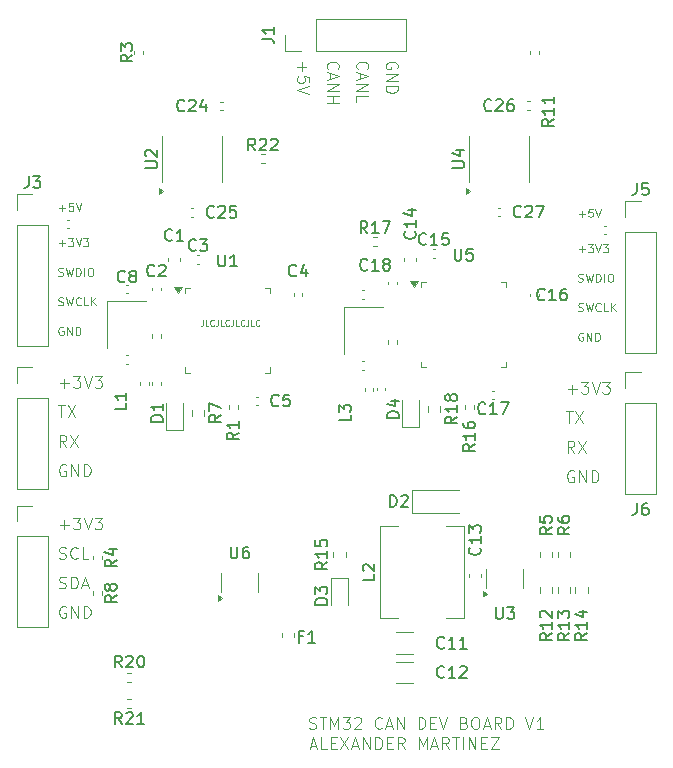
<source format=gbr>
%TF.GenerationSoftware,KiCad,Pcbnew,8.0.6*%
%TF.CreationDate,2024-12-26T00:35:44-06:00*%
%TF.ProjectId,KiCAD_MCPtest,4b694341-445f-44d4-9350-746573742e6b,rev?*%
%TF.SameCoordinates,Original*%
%TF.FileFunction,Legend,Top*%
%TF.FilePolarity,Positive*%
%FSLAX46Y46*%
G04 Gerber Fmt 4.6, Leading zero omitted, Abs format (unit mm)*
G04 Created by KiCad (PCBNEW 8.0.6) date 2024-12-26 00:35:44*
%MOMM*%
%LPD*%
G01*
G04 APERTURE LIST*
%ADD10C,0.100000*%
%ADD11C,0.150000*%
%ADD12C,0.120000*%
G04 APERTURE END LIST*
D10*
X106256265Y-92824800D02*
X106399122Y-92872419D01*
X106399122Y-92872419D02*
X106637217Y-92872419D01*
X106637217Y-92872419D02*
X106732455Y-92824800D01*
X106732455Y-92824800D02*
X106780074Y-92777180D01*
X106780074Y-92777180D02*
X106827693Y-92681942D01*
X106827693Y-92681942D02*
X106827693Y-92586704D01*
X106827693Y-92586704D02*
X106780074Y-92491466D01*
X106780074Y-92491466D02*
X106732455Y-92443847D01*
X106732455Y-92443847D02*
X106637217Y-92396228D01*
X106637217Y-92396228D02*
X106446741Y-92348609D01*
X106446741Y-92348609D02*
X106351503Y-92300990D01*
X106351503Y-92300990D02*
X106303884Y-92253371D01*
X106303884Y-92253371D02*
X106256265Y-92158133D01*
X106256265Y-92158133D02*
X106256265Y-92062895D01*
X106256265Y-92062895D02*
X106303884Y-91967657D01*
X106303884Y-91967657D02*
X106351503Y-91920038D01*
X106351503Y-91920038D02*
X106446741Y-91872419D01*
X106446741Y-91872419D02*
X106684836Y-91872419D01*
X106684836Y-91872419D02*
X106827693Y-91920038D01*
X107256265Y-92872419D02*
X107256265Y-91872419D01*
X107256265Y-91872419D02*
X107494360Y-91872419D01*
X107494360Y-91872419D02*
X107637217Y-91920038D01*
X107637217Y-91920038D02*
X107732455Y-92015276D01*
X107732455Y-92015276D02*
X107780074Y-92110514D01*
X107780074Y-92110514D02*
X107827693Y-92300990D01*
X107827693Y-92300990D02*
X107827693Y-92443847D01*
X107827693Y-92443847D02*
X107780074Y-92634323D01*
X107780074Y-92634323D02*
X107732455Y-92729561D01*
X107732455Y-92729561D02*
X107637217Y-92824800D01*
X107637217Y-92824800D02*
X107494360Y-92872419D01*
X107494360Y-92872419D02*
X107256265Y-92872419D01*
X108208646Y-92586704D02*
X108684836Y-92586704D01*
X108113408Y-92872419D02*
X108446741Y-91872419D01*
X108446741Y-91872419D02*
X108780074Y-92872419D01*
X106599122Y-70742466D02*
X106532455Y-70709133D01*
X106532455Y-70709133D02*
X106432455Y-70709133D01*
X106432455Y-70709133D02*
X106332455Y-70742466D01*
X106332455Y-70742466D02*
X106265789Y-70809133D01*
X106265789Y-70809133D02*
X106232455Y-70875800D01*
X106232455Y-70875800D02*
X106199122Y-71009133D01*
X106199122Y-71009133D02*
X106199122Y-71109133D01*
X106199122Y-71109133D02*
X106232455Y-71242466D01*
X106232455Y-71242466D02*
X106265789Y-71309133D01*
X106265789Y-71309133D02*
X106332455Y-71375800D01*
X106332455Y-71375800D02*
X106432455Y-71409133D01*
X106432455Y-71409133D02*
X106499122Y-71409133D01*
X106499122Y-71409133D02*
X106599122Y-71375800D01*
X106599122Y-71375800D02*
X106632455Y-71342466D01*
X106632455Y-71342466D02*
X106632455Y-71109133D01*
X106632455Y-71109133D02*
X106499122Y-71109133D01*
X106932455Y-71409133D02*
X106932455Y-70709133D01*
X106932455Y-70709133D02*
X107332455Y-71409133D01*
X107332455Y-71409133D02*
X107332455Y-70709133D01*
X107665788Y-71409133D02*
X107665788Y-70709133D01*
X107665788Y-70709133D02*
X107832455Y-70709133D01*
X107832455Y-70709133D02*
X107932455Y-70742466D01*
X107932455Y-70742466D02*
X107999122Y-70809133D01*
X107999122Y-70809133D02*
X108032455Y-70875800D01*
X108032455Y-70875800D02*
X108065788Y-71009133D01*
X108065788Y-71009133D02*
X108065788Y-71109133D01*
X108065788Y-71109133D02*
X108032455Y-71242466D01*
X108032455Y-71242466D02*
X107999122Y-71309133D01*
X107999122Y-71309133D02*
X107932455Y-71375800D01*
X107932455Y-71375800D02*
X107832455Y-71409133D01*
X107832455Y-71409133D02*
X107665788Y-71409133D01*
X150232455Y-61142466D02*
X150765789Y-61142466D01*
X150499122Y-61409133D02*
X150499122Y-60875800D01*
X151432456Y-60709133D02*
X151099122Y-60709133D01*
X151099122Y-60709133D02*
X151065789Y-61042466D01*
X151065789Y-61042466D02*
X151099122Y-61009133D01*
X151099122Y-61009133D02*
X151165789Y-60975800D01*
X151165789Y-60975800D02*
X151332456Y-60975800D01*
X151332456Y-60975800D02*
X151399122Y-61009133D01*
X151399122Y-61009133D02*
X151432456Y-61042466D01*
X151432456Y-61042466D02*
X151465789Y-61109133D01*
X151465789Y-61109133D02*
X151465789Y-61275800D01*
X151465789Y-61275800D02*
X151432456Y-61342466D01*
X151432456Y-61342466D02*
X151399122Y-61375800D01*
X151399122Y-61375800D02*
X151332456Y-61409133D01*
X151332456Y-61409133D02*
X151165789Y-61409133D01*
X151165789Y-61409133D02*
X151099122Y-61375800D01*
X151099122Y-61375800D02*
X151065789Y-61342466D01*
X151665789Y-60709133D02*
X151899123Y-61409133D01*
X151899123Y-61409133D02*
X152132456Y-60709133D01*
X106161027Y-77372419D02*
X106732455Y-77372419D01*
X106446741Y-78372419D02*
X106446741Y-77372419D01*
X106970551Y-77372419D02*
X107637217Y-78372419D01*
X107637217Y-77372419D02*
X106970551Y-78372419D01*
X149875312Y-81372419D02*
X149541979Y-80896228D01*
X149303884Y-81372419D02*
X149303884Y-80372419D01*
X149303884Y-80372419D02*
X149684836Y-80372419D01*
X149684836Y-80372419D02*
X149780074Y-80420038D01*
X149780074Y-80420038D02*
X149827693Y-80467657D01*
X149827693Y-80467657D02*
X149875312Y-80562895D01*
X149875312Y-80562895D02*
X149875312Y-80705752D01*
X149875312Y-80705752D02*
X149827693Y-80800990D01*
X149827693Y-80800990D02*
X149780074Y-80848609D01*
X149780074Y-80848609D02*
X149684836Y-80896228D01*
X149684836Y-80896228D02*
X149303884Y-80896228D01*
X150208646Y-80372419D02*
X150875312Y-81372419D01*
X150875312Y-80372419D02*
X150208646Y-81372419D01*
X134879961Y-48827693D02*
X134927580Y-48732455D01*
X134927580Y-48732455D02*
X134927580Y-48589598D01*
X134927580Y-48589598D02*
X134879961Y-48446741D01*
X134879961Y-48446741D02*
X134784723Y-48351503D01*
X134784723Y-48351503D02*
X134689485Y-48303884D01*
X134689485Y-48303884D02*
X134499009Y-48256265D01*
X134499009Y-48256265D02*
X134356152Y-48256265D01*
X134356152Y-48256265D02*
X134165676Y-48303884D01*
X134165676Y-48303884D02*
X134070438Y-48351503D01*
X134070438Y-48351503D02*
X133975200Y-48446741D01*
X133975200Y-48446741D02*
X133927580Y-48589598D01*
X133927580Y-48589598D02*
X133927580Y-48684836D01*
X133927580Y-48684836D02*
X133975200Y-48827693D01*
X133975200Y-48827693D02*
X134022819Y-48875312D01*
X134022819Y-48875312D02*
X134356152Y-48875312D01*
X134356152Y-48875312D02*
X134356152Y-48684836D01*
X133927580Y-49303884D02*
X134927580Y-49303884D01*
X134927580Y-49303884D02*
X133927580Y-49875312D01*
X133927580Y-49875312D02*
X134927580Y-49875312D01*
X133927580Y-50351503D02*
X134927580Y-50351503D01*
X134927580Y-50351503D02*
X134927580Y-50589598D01*
X134927580Y-50589598D02*
X134879961Y-50732455D01*
X134879961Y-50732455D02*
X134784723Y-50827693D01*
X134784723Y-50827693D02*
X134689485Y-50875312D01*
X134689485Y-50875312D02*
X134499009Y-50922931D01*
X134499009Y-50922931D02*
X134356152Y-50922931D01*
X134356152Y-50922931D02*
X134165676Y-50875312D01*
X134165676Y-50875312D02*
X134070438Y-50827693D01*
X134070438Y-50827693D02*
X133975200Y-50732455D01*
X133975200Y-50732455D02*
X133927580Y-50589598D01*
X133927580Y-50589598D02*
X133927580Y-50351503D01*
X106256265Y-90324800D02*
X106399122Y-90372419D01*
X106399122Y-90372419D02*
X106637217Y-90372419D01*
X106637217Y-90372419D02*
X106732455Y-90324800D01*
X106732455Y-90324800D02*
X106780074Y-90277180D01*
X106780074Y-90277180D02*
X106827693Y-90181942D01*
X106827693Y-90181942D02*
X106827693Y-90086704D01*
X106827693Y-90086704D02*
X106780074Y-89991466D01*
X106780074Y-89991466D02*
X106732455Y-89943847D01*
X106732455Y-89943847D02*
X106637217Y-89896228D01*
X106637217Y-89896228D02*
X106446741Y-89848609D01*
X106446741Y-89848609D02*
X106351503Y-89800990D01*
X106351503Y-89800990D02*
X106303884Y-89753371D01*
X106303884Y-89753371D02*
X106256265Y-89658133D01*
X106256265Y-89658133D02*
X106256265Y-89562895D01*
X106256265Y-89562895D02*
X106303884Y-89467657D01*
X106303884Y-89467657D02*
X106351503Y-89420038D01*
X106351503Y-89420038D02*
X106446741Y-89372419D01*
X106446741Y-89372419D02*
X106684836Y-89372419D01*
X106684836Y-89372419D02*
X106827693Y-89420038D01*
X107827693Y-90277180D02*
X107780074Y-90324800D01*
X107780074Y-90324800D02*
X107637217Y-90372419D01*
X107637217Y-90372419D02*
X107541979Y-90372419D01*
X107541979Y-90372419D02*
X107399122Y-90324800D01*
X107399122Y-90324800D02*
X107303884Y-90229561D01*
X107303884Y-90229561D02*
X107256265Y-90134323D01*
X107256265Y-90134323D02*
X107208646Y-89943847D01*
X107208646Y-89943847D02*
X107208646Y-89800990D01*
X107208646Y-89800990D02*
X107256265Y-89610514D01*
X107256265Y-89610514D02*
X107303884Y-89515276D01*
X107303884Y-89515276D02*
X107399122Y-89420038D01*
X107399122Y-89420038D02*
X107541979Y-89372419D01*
X107541979Y-89372419D02*
X107637217Y-89372419D01*
X107637217Y-89372419D02*
X107780074Y-89420038D01*
X107780074Y-89420038D02*
X107827693Y-89467657D01*
X108732455Y-90372419D02*
X108256265Y-90372419D01*
X108256265Y-90372419D02*
X108256265Y-89372419D01*
X106232455Y-60642466D02*
X106765789Y-60642466D01*
X106499122Y-60909133D02*
X106499122Y-60375800D01*
X107432456Y-60209133D02*
X107099122Y-60209133D01*
X107099122Y-60209133D02*
X107065789Y-60542466D01*
X107065789Y-60542466D02*
X107099122Y-60509133D01*
X107099122Y-60509133D02*
X107165789Y-60475800D01*
X107165789Y-60475800D02*
X107332456Y-60475800D01*
X107332456Y-60475800D02*
X107399122Y-60509133D01*
X107399122Y-60509133D02*
X107432456Y-60542466D01*
X107432456Y-60542466D02*
X107465789Y-60609133D01*
X107465789Y-60609133D02*
X107465789Y-60775800D01*
X107465789Y-60775800D02*
X107432456Y-60842466D01*
X107432456Y-60842466D02*
X107399122Y-60875800D01*
X107399122Y-60875800D02*
X107332456Y-60909133D01*
X107332456Y-60909133D02*
X107165789Y-60909133D01*
X107165789Y-60909133D02*
X107099122Y-60875800D01*
X107099122Y-60875800D02*
X107065789Y-60842466D01*
X107665789Y-60209133D02*
X107899123Y-60909133D01*
X107899123Y-60909133D02*
X108132456Y-60209133D01*
X106827693Y-82420038D02*
X106732455Y-82372419D01*
X106732455Y-82372419D02*
X106589598Y-82372419D01*
X106589598Y-82372419D02*
X106446741Y-82420038D01*
X106446741Y-82420038D02*
X106351503Y-82515276D01*
X106351503Y-82515276D02*
X106303884Y-82610514D01*
X106303884Y-82610514D02*
X106256265Y-82800990D01*
X106256265Y-82800990D02*
X106256265Y-82943847D01*
X106256265Y-82943847D02*
X106303884Y-83134323D01*
X106303884Y-83134323D02*
X106351503Y-83229561D01*
X106351503Y-83229561D02*
X106446741Y-83324800D01*
X106446741Y-83324800D02*
X106589598Y-83372419D01*
X106589598Y-83372419D02*
X106684836Y-83372419D01*
X106684836Y-83372419D02*
X106827693Y-83324800D01*
X106827693Y-83324800D02*
X106875312Y-83277180D01*
X106875312Y-83277180D02*
X106875312Y-82943847D01*
X106875312Y-82943847D02*
X106684836Y-82943847D01*
X107303884Y-83372419D02*
X107303884Y-82372419D01*
X107303884Y-82372419D02*
X107875312Y-83372419D01*
X107875312Y-83372419D02*
X107875312Y-82372419D01*
X108351503Y-83372419D02*
X108351503Y-82372419D01*
X108351503Y-82372419D02*
X108589598Y-82372419D01*
X108589598Y-82372419D02*
X108732455Y-82420038D01*
X108732455Y-82420038D02*
X108827693Y-82515276D01*
X108827693Y-82515276D02*
X108875312Y-82610514D01*
X108875312Y-82610514D02*
X108922931Y-82800990D01*
X108922931Y-82800990D02*
X108922931Y-82943847D01*
X108922931Y-82943847D02*
X108875312Y-83134323D01*
X108875312Y-83134323D02*
X108827693Y-83229561D01*
X108827693Y-83229561D02*
X108732455Y-83324800D01*
X108732455Y-83324800D02*
X108589598Y-83372419D01*
X108589598Y-83372419D02*
X108351503Y-83372419D01*
X150199122Y-66875800D02*
X150299122Y-66909133D01*
X150299122Y-66909133D02*
X150465789Y-66909133D01*
X150465789Y-66909133D02*
X150532455Y-66875800D01*
X150532455Y-66875800D02*
X150565789Y-66842466D01*
X150565789Y-66842466D02*
X150599122Y-66775800D01*
X150599122Y-66775800D02*
X150599122Y-66709133D01*
X150599122Y-66709133D02*
X150565789Y-66642466D01*
X150565789Y-66642466D02*
X150532455Y-66609133D01*
X150532455Y-66609133D02*
X150465789Y-66575800D01*
X150465789Y-66575800D02*
X150332455Y-66542466D01*
X150332455Y-66542466D02*
X150265789Y-66509133D01*
X150265789Y-66509133D02*
X150232455Y-66475800D01*
X150232455Y-66475800D02*
X150199122Y-66409133D01*
X150199122Y-66409133D02*
X150199122Y-66342466D01*
X150199122Y-66342466D02*
X150232455Y-66275800D01*
X150232455Y-66275800D02*
X150265789Y-66242466D01*
X150265789Y-66242466D02*
X150332455Y-66209133D01*
X150332455Y-66209133D02*
X150499122Y-66209133D01*
X150499122Y-66209133D02*
X150599122Y-66242466D01*
X150832456Y-66209133D02*
X150999122Y-66909133D01*
X150999122Y-66909133D02*
X151132456Y-66409133D01*
X151132456Y-66409133D02*
X151265789Y-66909133D01*
X151265789Y-66909133D02*
X151432456Y-66209133D01*
X151699122Y-66909133D02*
X151699122Y-66209133D01*
X151699122Y-66209133D02*
X151865789Y-66209133D01*
X151865789Y-66209133D02*
X151965789Y-66242466D01*
X151965789Y-66242466D02*
X152032456Y-66309133D01*
X152032456Y-66309133D02*
X152065789Y-66375800D01*
X152065789Y-66375800D02*
X152099122Y-66509133D01*
X152099122Y-66509133D02*
X152099122Y-66609133D01*
X152099122Y-66609133D02*
X152065789Y-66742466D01*
X152065789Y-66742466D02*
X152032456Y-66809133D01*
X152032456Y-66809133D02*
X151965789Y-66875800D01*
X151965789Y-66875800D02*
X151865789Y-66909133D01*
X151865789Y-66909133D02*
X151699122Y-66909133D01*
X152399122Y-66909133D02*
X152399122Y-66209133D01*
X152865789Y-66209133D02*
X152999122Y-66209133D01*
X152999122Y-66209133D02*
X153065789Y-66242466D01*
X153065789Y-66242466D02*
X153132455Y-66309133D01*
X153132455Y-66309133D02*
X153165789Y-66442466D01*
X153165789Y-66442466D02*
X153165789Y-66675800D01*
X153165789Y-66675800D02*
X153132455Y-66809133D01*
X153132455Y-66809133D02*
X153065789Y-66875800D01*
X153065789Y-66875800D02*
X152999122Y-66909133D01*
X152999122Y-66909133D02*
X152865789Y-66909133D01*
X152865789Y-66909133D02*
X152799122Y-66875800D01*
X152799122Y-66875800D02*
X152732455Y-66809133D01*
X152732455Y-66809133D02*
X152699122Y-66675800D01*
X152699122Y-66675800D02*
X152699122Y-66442466D01*
X152699122Y-66442466D02*
X152732455Y-66309133D01*
X152732455Y-66309133D02*
X152799122Y-66242466D01*
X152799122Y-66242466D02*
X152865789Y-66209133D01*
X150199122Y-69375800D02*
X150299122Y-69409133D01*
X150299122Y-69409133D02*
X150465789Y-69409133D01*
X150465789Y-69409133D02*
X150532455Y-69375800D01*
X150532455Y-69375800D02*
X150565789Y-69342466D01*
X150565789Y-69342466D02*
X150599122Y-69275800D01*
X150599122Y-69275800D02*
X150599122Y-69209133D01*
X150599122Y-69209133D02*
X150565789Y-69142466D01*
X150565789Y-69142466D02*
X150532455Y-69109133D01*
X150532455Y-69109133D02*
X150465789Y-69075800D01*
X150465789Y-69075800D02*
X150332455Y-69042466D01*
X150332455Y-69042466D02*
X150265789Y-69009133D01*
X150265789Y-69009133D02*
X150232455Y-68975800D01*
X150232455Y-68975800D02*
X150199122Y-68909133D01*
X150199122Y-68909133D02*
X150199122Y-68842466D01*
X150199122Y-68842466D02*
X150232455Y-68775800D01*
X150232455Y-68775800D02*
X150265789Y-68742466D01*
X150265789Y-68742466D02*
X150332455Y-68709133D01*
X150332455Y-68709133D02*
X150499122Y-68709133D01*
X150499122Y-68709133D02*
X150599122Y-68742466D01*
X150832456Y-68709133D02*
X150999122Y-69409133D01*
X150999122Y-69409133D02*
X151132456Y-68909133D01*
X151132456Y-68909133D02*
X151265789Y-69409133D01*
X151265789Y-69409133D02*
X151432456Y-68709133D01*
X152099122Y-69342466D02*
X152065789Y-69375800D01*
X152065789Y-69375800D02*
X151965789Y-69409133D01*
X151965789Y-69409133D02*
X151899122Y-69409133D01*
X151899122Y-69409133D02*
X151799122Y-69375800D01*
X151799122Y-69375800D02*
X151732456Y-69309133D01*
X151732456Y-69309133D02*
X151699122Y-69242466D01*
X151699122Y-69242466D02*
X151665789Y-69109133D01*
X151665789Y-69109133D02*
X151665789Y-69009133D01*
X151665789Y-69009133D02*
X151699122Y-68875800D01*
X151699122Y-68875800D02*
X151732456Y-68809133D01*
X151732456Y-68809133D02*
X151799122Y-68742466D01*
X151799122Y-68742466D02*
X151899122Y-68709133D01*
X151899122Y-68709133D02*
X151965789Y-68709133D01*
X151965789Y-68709133D02*
X152065789Y-68742466D01*
X152065789Y-68742466D02*
X152099122Y-68775800D01*
X152732456Y-69409133D02*
X152399122Y-69409133D01*
X152399122Y-69409133D02*
X152399122Y-68709133D01*
X152965789Y-69409133D02*
X152965789Y-68709133D01*
X153365789Y-69409133D02*
X153065789Y-69009133D01*
X153365789Y-68709133D02*
X152965789Y-69109133D01*
X149303884Y-75991466D02*
X150065789Y-75991466D01*
X149684836Y-76372419D02*
X149684836Y-75610514D01*
X150446741Y-75372419D02*
X151065788Y-75372419D01*
X151065788Y-75372419D02*
X150732455Y-75753371D01*
X150732455Y-75753371D02*
X150875312Y-75753371D01*
X150875312Y-75753371D02*
X150970550Y-75800990D01*
X150970550Y-75800990D02*
X151018169Y-75848609D01*
X151018169Y-75848609D02*
X151065788Y-75943847D01*
X151065788Y-75943847D02*
X151065788Y-76181942D01*
X151065788Y-76181942D02*
X151018169Y-76277180D01*
X151018169Y-76277180D02*
X150970550Y-76324800D01*
X150970550Y-76324800D02*
X150875312Y-76372419D01*
X150875312Y-76372419D02*
X150589598Y-76372419D01*
X150589598Y-76372419D02*
X150494360Y-76324800D01*
X150494360Y-76324800D02*
X150446741Y-76277180D01*
X151351503Y-75372419D02*
X151684836Y-76372419D01*
X151684836Y-76372419D02*
X152018169Y-75372419D01*
X152256265Y-75372419D02*
X152875312Y-75372419D01*
X152875312Y-75372419D02*
X152541979Y-75753371D01*
X152541979Y-75753371D02*
X152684836Y-75753371D01*
X152684836Y-75753371D02*
X152780074Y-75800990D01*
X152780074Y-75800990D02*
X152827693Y-75848609D01*
X152827693Y-75848609D02*
X152875312Y-75943847D01*
X152875312Y-75943847D02*
X152875312Y-76181942D01*
X152875312Y-76181942D02*
X152827693Y-76277180D01*
X152827693Y-76277180D02*
X152780074Y-76324800D01*
X152780074Y-76324800D02*
X152684836Y-76372419D01*
X152684836Y-76372419D02*
X152399122Y-76372419D01*
X152399122Y-76372419D02*
X152303884Y-76324800D01*
X152303884Y-76324800D02*
X152256265Y-76277180D01*
X106199122Y-66375800D02*
X106299122Y-66409133D01*
X106299122Y-66409133D02*
X106465789Y-66409133D01*
X106465789Y-66409133D02*
X106532455Y-66375800D01*
X106532455Y-66375800D02*
X106565789Y-66342466D01*
X106565789Y-66342466D02*
X106599122Y-66275800D01*
X106599122Y-66275800D02*
X106599122Y-66209133D01*
X106599122Y-66209133D02*
X106565789Y-66142466D01*
X106565789Y-66142466D02*
X106532455Y-66109133D01*
X106532455Y-66109133D02*
X106465789Y-66075800D01*
X106465789Y-66075800D02*
X106332455Y-66042466D01*
X106332455Y-66042466D02*
X106265789Y-66009133D01*
X106265789Y-66009133D02*
X106232455Y-65975800D01*
X106232455Y-65975800D02*
X106199122Y-65909133D01*
X106199122Y-65909133D02*
X106199122Y-65842466D01*
X106199122Y-65842466D02*
X106232455Y-65775800D01*
X106232455Y-65775800D02*
X106265789Y-65742466D01*
X106265789Y-65742466D02*
X106332455Y-65709133D01*
X106332455Y-65709133D02*
X106499122Y-65709133D01*
X106499122Y-65709133D02*
X106599122Y-65742466D01*
X106832456Y-65709133D02*
X106999122Y-66409133D01*
X106999122Y-66409133D02*
X107132456Y-65909133D01*
X107132456Y-65909133D02*
X107265789Y-66409133D01*
X107265789Y-66409133D02*
X107432456Y-65709133D01*
X107699122Y-66409133D02*
X107699122Y-65709133D01*
X107699122Y-65709133D02*
X107865789Y-65709133D01*
X107865789Y-65709133D02*
X107965789Y-65742466D01*
X107965789Y-65742466D02*
X108032456Y-65809133D01*
X108032456Y-65809133D02*
X108065789Y-65875800D01*
X108065789Y-65875800D02*
X108099122Y-66009133D01*
X108099122Y-66009133D02*
X108099122Y-66109133D01*
X108099122Y-66109133D02*
X108065789Y-66242466D01*
X108065789Y-66242466D02*
X108032456Y-66309133D01*
X108032456Y-66309133D02*
X107965789Y-66375800D01*
X107965789Y-66375800D02*
X107865789Y-66409133D01*
X107865789Y-66409133D02*
X107699122Y-66409133D01*
X108399122Y-66409133D02*
X108399122Y-65709133D01*
X108865789Y-65709133D02*
X108999122Y-65709133D01*
X108999122Y-65709133D02*
X109065789Y-65742466D01*
X109065789Y-65742466D02*
X109132455Y-65809133D01*
X109132455Y-65809133D02*
X109165789Y-65942466D01*
X109165789Y-65942466D02*
X109165789Y-66175800D01*
X109165789Y-66175800D02*
X109132455Y-66309133D01*
X109132455Y-66309133D02*
X109065789Y-66375800D01*
X109065789Y-66375800D02*
X108999122Y-66409133D01*
X108999122Y-66409133D02*
X108865789Y-66409133D01*
X108865789Y-66409133D02*
X108799122Y-66375800D01*
X108799122Y-66375800D02*
X108732455Y-66309133D01*
X108732455Y-66309133D02*
X108699122Y-66175800D01*
X108699122Y-66175800D02*
X108699122Y-65942466D01*
X108699122Y-65942466D02*
X108732455Y-65809133D01*
X108732455Y-65809133D02*
X108799122Y-65742466D01*
X108799122Y-65742466D02*
X108865789Y-65709133D01*
X150599122Y-71242466D02*
X150532455Y-71209133D01*
X150532455Y-71209133D02*
X150432455Y-71209133D01*
X150432455Y-71209133D02*
X150332455Y-71242466D01*
X150332455Y-71242466D02*
X150265789Y-71309133D01*
X150265789Y-71309133D02*
X150232455Y-71375800D01*
X150232455Y-71375800D02*
X150199122Y-71509133D01*
X150199122Y-71509133D02*
X150199122Y-71609133D01*
X150199122Y-71609133D02*
X150232455Y-71742466D01*
X150232455Y-71742466D02*
X150265789Y-71809133D01*
X150265789Y-71809133D02*
X150332455Y-71875800D01*
X150332455Y-71875800D02*
X150432455Y-71909133D01*
X150432455Y-71909133D02*
X150499122Y-71909133D01*
X150499122Y-71909133D02*
X150599122Y-71875800D01*
X150599122Y-71875800D02*
X150632455Y-71842466D01*
X150632455Y-71842466D02*
X150632455Y-71609133D01*
X150632455Y-71609133D02*
X150499122Y-71609133D01*
X150932455Y-71909133D02*
X150932455Y-71209133D01*
X150932455Y-71209133D02*
X151332455Y-71909133D01*
X151332455Y-71909133D02*
X151332455Y-71209133D01*
X151665788Y-71909133D02*
X151665788Y-71209133D01*
X151665788Y-71209133D02*
X151832455Y-71209133D01*
X151832455Y-71209133D02*
X151932455Y-71242466D01*
X151932455Y-71242466D02*
X151999122Y-71309133D01*
X151999122Y-71309133D02*
X152032455Y-71375800D01*
X152032455Y-71375800D02*
X152065788Y-71509133D01*
X152065788Y-71509133D02*
X152065788Y-71609133D01*
X152065788Y-71609133D02*
X152032455Y-71742466D01*
X152032455Y-71742466D02*
X151999122Y-71809133D01*
X151999122Y-71809133D02*
X151932455Y-71875800D01*
X151932455Y-71875800D02*
X151832455Y-71909133D01*
X151832455Y-71909133D02*
X151665788Y-71909133D01*
X106303884Y-87491466D02*
X107065789Y-87491466D01*
X106684836Y-87872419D02*
X106684836Y-87110514D01*
X107446741Y-86872419D02*
X108065788Y-86872419D01*
X108065788Y-86872419D02*
X107732455Y-87253371D01*
X107732455Y-87253371D02*
X107875312Y-87253371D01*
X107875312Y-87253371D02*
X107970550Y-87300990D01*
X107970550Y-87300990D02*
X108018169Y-87348609D01*
X108018169Y-87348609D02*
X108065788Y-87443847D01*
X108065788Y-87443847D02*
X108065788Y-87681942D01*
X108065788Y-87681942D02*
X108018169Y-87777180D01*
X108018169Y-87777180D02*
X107970550Y-87824800D01*
X107970550Y-87824800D02*
X107875312Y-87872419D01*
X107875312Y-87872419D02*
X107589598Y-87872419D01*
X107589598Y-87872419D02*
X107494360Y-87824800D01*
X107494360Y-87824800D02*
X107446741Y-87777180D01*
X108351503Y-86872419D02*
X108684836Y-87872419D01*
X108684836Y-87872419D02*
X109018169Y-86872419D01*
X109256265Y-86872419D02*
X109875312Y-86872419D01*
X109875312Y-86872419D02*
X109541979Y-87253371D01*
X109541979Y-87253371D02*
X109684836Y-87253371D01*
X109684836Y-87253371D02*
X109780074Y-87300990D01*
X109780074Y-87300990D02*
X109827693Y-87348609D01*
X109827693Y-87348609D02*
X109875312Y-87443847D01*
X109875312Y-87443847D02*
X109875312Y-87681942D01*
X109875312Y-87681942D02*
X109827693Y-87777180D01*
X109827693Y-87777180D02*
X109780074Y-87824800D01*
X109780074Y-87824800D02*
X109684836Y-87872419D01*
X109684836Y-87872419D02*
X109399122Y-87872419D01*
X109399122Y-87872419D02*
X109303884Y-87824800D01*
X109303884Y-87824800D02*
X109256265Y-87777180D01*
X127456265Y-104724800D02*
X127599122Y-104772419D01*
X127599122Y-104772419D02*
X127837217Y-104772419D01*
X127837217Y-104772419D02*
X127932455Y-104724800D01*
X127932455Y-104724800D02*
X127980074Y-104677180D01*
X127980074Y-104677180D02*
X128027693Y-104581942D01*
X128027693Y-104581942D02*
X128027693Y-104486704D01*
X128027693Y-104486704D02*
X127980074Y-104391466D01*
X127980074Y-104391466D02*
X127932455Y-104343847D01*
X127932455Y-104343847D02*
X127837217Y-104296228D01*
X127837217Y-104296228D02*
X127646741Y-104248609D01*
X127646741Y-104248609D02*
X127551503Y-104200990D01*
X127551503Y-104200990D02*
X127503884Y-104153371D01*
X127503884Y-104153371D02*
X127456265Y-104058133D01*
X127456265Y-104058133D02*
X127456265Y-103962895D01*
X127456265Y-103962895D02*
X127503884Y-103867657D01*
X127503884Y-103867657D02*
X127551503Y-103820038D01*
X127551503Y-103820038D02*
X127646741Y-103772419D01*
X127646741Y-103772419D02*
X127884836Y-103772419D01*
X127884836Y-103772419D02*
X128027693Y-103820038D01*
X128313408Y-103772419D02*
X128884836Y-103772419D01*
X128599122Y-104772419D02*
X128599122Y-103772419D01*
X129218170Y-104772419D02*
X129218170Y-103772419D01*
X129218170Y-103772419D02*
X129551503Y-104486704D01*
X129551503Y-104486704D02*
X129884836Y-103772419D01*
X129884836Y-103772419D02*
X129884836Y-104772419D01*
X130265789Y-103772419D02*
X130884836Y-103772419D01*
X130884836Y-103772419D02*
X130551503Y-104153371D01*
X130551503Y-104153371D02*
X130694360Y-104153371D01*
X130694360Y-104153371D02*
X130789598Y-104200990D01*
X130789598Y-104200990D02*
X130837217Y-104248609D01*
X130837217Y-104248609D02*
X130884836Y-104343847D01*
X130884836Y-104343847D02*
X130884836Y-104581942D01*
X130884836Y-104581942D02*
X130837217Y-104677180D01*
X130837217Y-104677180D02*
X130789598Y-104724800D01*
X130789598Y-104724800D02*
X130694360Y-104772419D01*
X130694360Y-104772419D02*
X130408646Y-104772419D01*
X130408646Y-104772419D02*
X130313408Y-104724800D01*
X130313408Y-104724800D02*
X130265789Y-104677180D01*
X131265789Y-103867657D02*
X131313408Y-103820038D01*
X131313408Y-103820038D02*
X131408646Y-103772419D01*
X131408646Y-103772419D02*
X131646741Y-103772419D01*
X131646741Y-103772419D02*
X131741979Y-103820038D01*
X131741979Y-103820038D02*
X131789598Y-103867657D01*
X131789598Y-103867657D02*
X131837217Y-103962895D01*
X131837217Y-103962895D02*
X131837217Y-104058133D01*
X131837217Y-104058133D02*
X131789598Y-104200990D01*
X131789598Y-104200990D02*
X131218170Y-104772419D01*
X131218170Y-104772419D02*
X131837217Y-104772419D01*
X133599122Y-104677180D02*
X133551503Y-104724800D01*
X133551503Y-104724800D02*
X133408646Y-104772419D01*
X133408646Y-104772419D02*
X133313408Y-104772419D01*
X133313408Y-104772419D02*
X133170551Y-104724800D01*
X133170551Y-104724800D02*
X133075313Y-104629561D01*
X133075313Y-104629561D02*
X133027694Y-104534323D01*
X133027694Y-104534323D02*
X132980075Y-104343847D01*
X132980075Y-104343847D02*
X132980075Y-104200990D01*
X132980075Y-104200990D02*
X133027694Y-104010514D01*
X133027694Y-104010514D02*
X133075313Y-103915276D01*
X133075313Y-103915276D02*
X133170551Y-103820038D01*
X133170551Y-103820038D02*
X133313408Y-103772419D01*
X133313408Y-103772419D02*
X133408646Y-103772419D01*
X133408646Y-103772419D02*
X133551503Y-103820038D01*
X133551503Y-103820038D02*
X133599122Y-103867657D01*
X133980075Y-104486704D02*
X134456265Y-104486704D01*
X133884837Y-104772419D02*
X134218170Y-103772419D01*
X134218170Y-103772419D02*
X134551503Y-104772419D01*
X134884837Y-104772419D02*
X134884837Y-103772419D01*
X134884837Y-103772419D02*
X135456265Y-104772419D01*
X135456265Y-104772419D02*
X135456265Y-103772419D01*
X136694361Y-104772419D02*
X136694361Y-103772419D01*
X136694361Y-103772419D02*
X136932456Y-103772419D01*
X136932456Y-103772419D02*
X137075313Y-103820038D01*
X137075313Y-103820038D02*
X137170551Y-103915276D01*
X137170551Y-103915276D02*
X137218170Y-104010514D01*
X137218170Y-104010514D02*
X137265789Y-104200990D01*
X137265789Y-104200990D02*
X137265789Y-104343847D01*
X137265789Y-104343847D02*
X137218170Y-104534323D01*
X137218170Y-104534323D02*
X137170551Y-104629561D01*
X137170551Y-104629561D02*
X137075313Y-104724800D01*
X137075313Y-104724800D02*
X136932456Y-104772419D01*
X136932456Y-104772419D02*
X136694361Y-104772419D01*
X137694361Y-104248609D02*
X138027694Y-104248609D01*
X138170551Y-104772419D02*
X137694361Y-104772419D01*
X137694361Y-104772419D02*
X137694361Y-103772419D01*
X137694361Y-103772419D02*
X138170551Y-103772419D01*
X138456266Y-103772419D02*
X138789599Y-104772419D01*
X138789599Y-104772419D02*
X139122932Y-103772419D01*
X140551504Y-104248609D02*
X140694361Y-104296228D01*
X140694361Y-104296228D02*
X140741980Y-104343847D01*
X140741980Y-104343847D02*
X140789599Y-104439085D01*
X140789599Y-104439085D02*
X140789599Y-104581942D01*
X140789599Y-104581942D02*
X140741980Y-104677180D01*
X140741980Y-104677180D02*
X140694361Y-104724800D01*
X140694361Y-104724800D02*
X140599123Y-104772419D01*
X140599123Y-104772419D02*
X140218171Y-104772419D01*
X140218171Y-104772419D02*
X140218171Y-103772419D01*
X140218171Y-103772419D02*
X140551504Y-103772419D01*
X140551504Y-103772419D02*
X140646742Y-103820038D01*
X140646742Y-103820038D02*
X140694361Y-103867657D01*
X140694361Y-103867657D02*
X140741980Y-103962895D01*
X140741980Y-103962895D02*
X140741980Y-104058133D01*
X140741980Y-104058133D02*
X140694361Y-104153371D01*
X140694361Y-104153371D02*
X140646742Y-104200990D01*
X140646742Y-104200990D02*
X140551504Y-104248609D01*
X140551504Y-104248609D02*
X140218171Y-104248609D01*
X141408647Y-103772419D02*
X141599123Y-103772419D01*
X141599123Y-103772419D02*
X141694361Y-103820038D01*
X141694361Y-103820038D02*
X141789599Y-103915276D01*
X141789599Y-103915276D02*
X141837218Y-104105752D01*
X141837218Y-104105752D02*
X141837218Y-104439085D01*
X141837218Y-104439085D02*
X141789599Y-104629561D01*
X141789599Y-104629561D02*
X141694361Y-104724800D01*
X141694361Y-104724800D02*
X141599123Y-104772419D01*
X141599123Y-104772419D02*
X141408647Y-104772419D01*
X141408647Y-104772419D02*
X141313409Y-104724800D01*
X141313409Y-104724800D02*
X141218171Y-104629561D01*
X141218171Y-104629561D02*
X141170552Y-104439085D01*
X141170552Y-104439085D02*
X141170552Y-104105752D01*
X141170552Y-104105752D02*
X141218171Y-103915276D01*
X141218171Y-103915276D02*
X141313409Y-103820038D01*
X141313409Y-103820038D02*
X141408647Y-103772419D01*
X142218171Y-104486704D02*
X142694361Y-104486704D01*
X142122933Y-104772419D02*
X142456266Y-103772419D01*
X142456266Y-103772419D02*
X142789599Y-104772419D01*
X143694361Y-104772419D02*
X143361028Y-104296228D01*
X143122933Y-104772419D02*
X143122933Y-103772419D01*
X143122933Y-103772419D02*
X143503885Y-103772419D01*
X143503885Y-103772419D02*
X143599123Y-103820038D01*
X143599123Y-103820038D02*
X143646742Y-103867657D01*
X143646742Y-103867657D02*
X143694361Y-103962895D01*
X143694361Y-103962895D02*
X143694361Y-104105752D01*
X143694361Y-104105752D02*
X143646742Y-104200990D01*
X143646742Y-104200990D02*
X143599123Y-104248609D01*
X143599123Y-104248609D02*
X143503885Y-104296228D01*
X143503885Y-104296228D02*
X143122933Y-104296228D01*
X144122933Y-104772419D02*
X144122933Y-103772419D01*
X144122933Y-103772419D02*
X144361028Y-103772419D01*
X144361028Y-103772419D02*
X144503885Y-103820038D01*
X144503885Y-103820038D02*
X144599123Y-103915276D01*
X144599123Y-103915276D02*
X144646742Y-104010514D01*
X144646742Y-104010514D02*
X144694361Y-104200990D01*
X144694361Y-104200990D02*
X144694361Y-104343847D01*
X144694361Y-104343847D02*
X144646742Y-104534323D01*
X144646742Y-104534323D02*
X144599123Y-104629561D01*
X144599123Y-104629561D02*
X144503885Y-104724800D01*
X144503885Y-104724800D02*
X144361028Y-104772419D01*
X144361028Y-104772419D02*
X144122933Y-104772419D01*
X145741981Y-103772419D02*
X146075314Y-104772419D01*
X146075314Y-104772419D02*
X146408647Y-103772419D01*
X147265790Y-104772419D02*
X146694362Y-104772419D01*
X146980076Y-104772419D02*
X146980076Y-103772419D01*
X146980076Y-103772419D02*
X146884838Y-103915276D01*
X146884838Y-103915276D02*
X146789600Y-104010514D01*
X146789600Y-104010514D02*
X146694362Y-104058133D01*
X150232455Y-64142466D02*
X150765789Y-64142466D01*
X150499122Y-64409133D02*
X150499122Y-63875800D01*
X151032456Y-63709133D02*
X151465789Y-63709133D01*
X151465789Y-63709133D02*
X151232456Y-63975800D01*
X151232456Y-63975800D02*
X151332456Y-63975800D01*
X151332456Y-63975800D02*
X151399122Y-64009133D01*
X151399122Y-64009133D02*
X151432456Y-64042466D01*
X151432456Y-64042466D02*
X151465789Y-64109133D01*
X151465789Y-64109133D02*
X151465789Y-64275800D01*
X151465789Y-64275800D02*
X151432456Y-64342466D01*
X151432456Y-64342466D02*
X151399122Y-64375800D01*
X151399122Y-64375800D02*
X151332456Y-64409133D01*
X151332456Y-64409133D02*
X151132456Y-64409133D01*
X151132456Y-64409133D02*
X151065789Y-64375800D01*
X151065789Y-64375800D02*
X151032456Y-64342466D01*
X151665789Y-63709133D02*
X151899123Y-64409133D01*
X151899123Y-64409133D02*
X152132456Y-63709133D01*
X152299123Y-63709133D02*
X152732456Y-63709133D01*
X152732456Y-63709133D02*
X152499123Y-63975800D01*
X152499123Y-63975800D02*
X152599123Y-63975800D01*
X152599123Y-63975800D02*
X152665789Y-64009133D01*
X152665789Y-64009133D02*
X152699123Y-64042466D01*
X152699123Y-64042466D02*
X152732456Y-64109133D01*
X152732456Y-64109133D02*
X152732456Y-64275800D01*
X152732456Y-64275800D02*
X152699123Y-64342466D01*
X152699123Y-64342466D02*
X152665789Y-64375800D01*
X152665789Y-64375800D02*
X152599123Y-64409133D01*
X152599123Y-64409133D02*
X152399123Y-64409133D01*
X152399123Y-64409133D02*
X152332456Y-64375800D01*
X152332456Y-64375800D02*
X152299123Y-64342466D01*
X131522819Y-48875312D02*
X131475200Y-48827693D01*
X131475200Y-48827693D02*
X131427580Y-48684836D01*
X131427580Y-48684836D02*
X131427580Y-48589598D01*
X131427580Y-48589598D02*
X131475200Y-48446741D01*
X131475200Y-48446741D02*
X131570438Y-48351503D01*
X131570438Y-48351503D02*
X131665676Y-48303884D01*
X131665676Y-48303884D02*
X131856152Y-48256265D01*
X131856152Y-48256265D02*
X131999009Y-48256265D01*
X131999009Y-48256265D02*
X132189485Y-48303884D01*
X132189485Y-48303884D02*
X132284723Y-48351503D01*
X132284723Y-48351503D02*
X132379961Y-48446741D01*
X132379961Y-48446741D02*
X132427580Y-48589598D01*
X132427580Y-48589598D02*
X132427580Y-48684836D01*
X132427580Y-48684836D02*
X132379961Y-48827693D01*
X132379961Y-48827693D02*
X132332342Y-48875312D01*
X131713295Y-49256265D02*
X131713295Y-49732455D01*
X131427580Y-49161027D02*
X132427580Y-49494360D01*
X132427580Y-49494360D02*
X131427580Y-49827693D01*
X131427580Y-50161027D02*
X132427580Y-50161027D01*
X132427580Y-50161027D02*
X131427580Y-50732455D01*
X131427580Y-50732455D02*
X132427580Y-50732455D01*
X131427580Y-51684836D02*
X131427580Y-51208646D01*
X131427580Y-51208646D02*
X132427580Y-51208646D01*
X106827693Y-94420038D02*
X106732455Y-94372419D01*
X106732455Y-94372419D02*
X106589598Y-94372419D01*
X106589598Y-94372419D02*
X106446741Y-94420038D01*
X106446741Y-94420038D02*
X106351503Y-94515276D01*
X106351503Y-94515276D02*
X106303884Y-94610514D01*
X106303884Y-94610514D02*
X106256265Y-94800990D01*
X106256265Y-94800990D02*
X106256265Y-94943847D01*
X106256265Y-94943847D02*
X106303884Y-95134323D01*
X106303884Y-95134323D02*
X106351503Y-95229561D01*
X106351503Y-95229561D02*
X106446741Y-95324800D01*
X106446741Y-95324800D02*
X106589598Y-95372419D01*
X106589598Y-95372419D02*
X106684836Y-95372419D01*
X106684836Y-95372419D02*
X106827693Y-95324800D01*
X106827693Y-95324800D02*
X106875312Y-95277180D01*
X106875312Y-95277180D02*
X106875312Y-94943847D01*
X106875312Y-94943847D02*
X106684836Y-94943847D01*
X107303884Y-95372419D02*
X107303884Y-94372419D01*
X107303884Y-94372419D02*
X107875312Y-95372419D01*
X107875312Y-95372419D02*
X107875312Y-94372419D01*
X108351503Y-95372419D02*
X108351503Y-94372419D01*
X108351503Y-94372419D02*
X108589598Y-94372419D01*
X108589598Y-94372419D02*
X108732455Y-94420038D01*
X108732455Y-94420038D02*
X108827693Y-94515276D01*
X108827693Y-94515276D02*
X108875312Y-94610514D01*
X108875312Y-94610514D02*
X108922931Y-94800990D01*
X108922931Y-94800990D02*
X108922931Y-94943847D01*
X108922931Y-94943847D02*
X108875312Y-95134323D01*
X108875312Y-95134323D02*
X108827693Y-95229561D01*
X108827693Y-95229561D02*
X108732455Y-95324800D01*
X108732455Y-95324800D02*
X108589598Y-95372419D01*
X108589598Y-95372419D02*
X108351503Y-95372419D01*
X149827693Y-82920038D02*
X149732455Y-82872419D01*
X149732455Y-82872419D02*
X149589598Y-82872419D01*
X149589598Y-82872419D02*
X149446741Y-82920038D01*
X149446741Y-82920038D02*
X149351503Y-83015276D01*
X149351503Y-83015276D02*
X149303884Y-83110514D01*
X149303884Y-83110514D02*
X149256265Y-83300990D01*
X149256265Y-83300990D02*
X149256265Y-83443847D01*
X149256265Y-83443847D02*
X149303884Y-83634323D01*
X149303884Y-83634323D02*
X149351503Y-83729561D01*
X149351503Y-83729561D02*
X149446741Y-83824800D01*
X149446741Y-83824800D02*
X149589598Y-83872419D01*
X149589598Y-83872419D02*
X149684836Y-83872419D01*
X149684836Y-83872419D02*
X149827693Y-83824800D01*
X149827693Y-83824800D02*
X149875312Y-83777180D01*
X149875312Y-83777180D02*
X149875312Y-83443847D01*
X149875312Y-83443847D02*
X149684836Y-83443847D01*
X150303884Y-83872419D02*
X150303884Y-82872419D01*
X150303884Y-82872419D02*
X150875312Y-83872419D01*
X150875312Y-83872419D02*
X150875312Y-82872419D01*
X151351503Y-83872419D02*
X151351503Y-82872419D01*
X151351503Y-82872419D02*
X151589598Y-82872419D01*
X151589598Y-82872419D02*
X151732455Y-82920038D01*
X151732455Y-82920038D02*
X151827693Y-83015276D01*
X151827693Y-83015276D02*
X151875312Y-83110514D01*
X151875312Y-83110514D02*
X151922931Y-83300990D01*
X151922931Y-83300990D02*
X151922931Y-83443847D01*
X151922931Y-83443847D02*
X151875312Y-83634323D01*
X151875312Y-83634323D02*
X151827693Y-83729561D01*
X151827693Y-83729561D02*
X151732455Y-83824800D01*
X151732455Y-83824800D02*
X151589598Y-83872419D01*
X151589598Y-83872419D02*
X151351503Y-83872419D01*
X106875312Y-80872419D02*
X106541979Y-80396228D01*
X106303884Y-80872419D02*
X106303884Y-79872419D01*
X106303884Y-79872419D02*
X106684836Y-79872419D01*
X106684836Y-79872419D02*
X106780074Y-79920038D01*
X106780074Y-79920038D02*
X106827693Y-79967657D01*
X106827693Y-79967657D02*
X106875312Y-80062895D01*
X106875312Y-80062895D02*
X106875312Y-80205752D01*
X106875312Y-80205752D02*
X106827693Y-80300990D01*
X106827693Y-80300990D02*
X106780074Y-80348609D01*
X106780074Y-80348609D02*
X106684836Y-80396228D01*
X106684836Y-80396228D02*
X106303884Y-80396228D01*
X107208646Y-79872419D02*
X107875312Y-80872419D01*
X107875312Y-79872419D02*
X107208646Y-80872419D01*
X106303884Y-75491466D02*
X107065789Y-75491466D01*
X106684836Y-75872419D02*
X106684836Y-75110514D01*
X107446741Y-74872419D02*
X108065788Y-74872419D01*
X108065788Y-74872419D02*
X107732455Y-75253371D01*
X107732455Y-75253371D02*
X107875312Y-75253371D01*
X107875312Y-75253371D02*
X107970550Y-75300990D01*
X107970550Y-75300990D02*
X108018169Y-75348609D01*
X108018169Y-75348609D02*
X108065788Y-75443847D01*
X108065788Y-75443847D02*
X108065788Y-75681942D01*
X108065788Y-75681942D02*
X108018169Y-75777180D01*
X108018169Y-75777180D02*
X107970550Y-75824800D01*
X107970550Y-75824800D02*
X107875312Y-75872419D01*
X107875312Y-75872419D02*
X107589598Y-75872419D01*
X107589598Y-75872419D02*
X107494360Y-75824800D01*
X107494360Y-75824800D02*
X107446741Y-75777180D01*
X108351503Y-74872419D02*
X108684836Y-75872419D01*
X108684836Y-75872419D02*
X109018169Y-74872419D01*
X109256265Y-74872419D02*
X109875312Y-74872419D01*
X109875312Y-74872419D02*
X109541979Y-75253371D01*
X109541979Y-75253371D02*
X109684836Y-75253371D01*
X109684836Y-75253371D02*
X109780074Y-75300990D01*
X109780074Y-75300990D02*
X109827693Y-75348609D01*
X109827693Y-75348609D02*
X109875312Y-75443847D01*
X109875312Y-75443847D02*
X109875312Y-75681942D01*
X109875312Y-75681942D02*
X109827693Y-75777180D01*
X109827693Y-75777180D02*
X109780074Y-75824800D01*
X109780074Y-75824800D02*
X109684836Y-75872419D01*
X109684836Y-75872419D02*
X109399122Y-75872419D01*
X109399122Y-75872419D02*
X109303884Y-75824800D01*
X109303884Y-75824800D02*
X109256265Y-75777180D01*
X106232455Y-63642466D02*
X106765789Y-63642466D01*
X106499122Y-63909133D02*
X106499122Y-63375800D01*
X107032456Y-63209133D02*
X107465789Y-63209133D01*
X107465789Y-63209133D02*
X107232456Y-63475800D01*
X107232456Y-63475800D02*
X107332456Y-63475800D01*
X107332456Y-63475800D02*
X107399122Y-63509133D01*
X107399122Y-63509133D02*
X107432456Y-63542466D01*
X107432456Y-63542466D02*
X107465789Y-63609133D01*
X107465789Y-63609133D02*
X107465789Y-63775800D01*
X107465789Y-63775800D02*
X107432456Y-63842466D01*
X107432456Y-63842466D02*
X107399122Y-63875800D01*
X107399122Y-63875800D02*
X107332456Y-63909133D01*
X107332456Y-63909133D02*
X107132456Y-63909133D01*
X107132456Y-63909133D02*
X107065789Y-63875800D01*
X107065789Y-63875800D02*
X107032456Y-63842466D01*
X107665789Y-63209133D02*
X107899123Y-63909133D01*
X107899123Y-63909133D02*
X108132456Y-63209133D01*
X108299123Y-63209133D02*
X108732456Y-63209133D01*
X108732456Y-63209133D02*
X108499123Y-63475800D01*
X108499123Y-63475800D02*
X108599123Y-63475800D01*
X108599123Y-63475800D02*
X108665789Y-63509133D01*
X108665789Y-63509133D02*
X108699123Y-63542466D01*
X108699123Y-63542466D02*
X108732456Y-63609133D01*
X108732456Y-63609133D02*
X108732456Y-63775800D01*
X108732456Y-63775800D02*
X108699123Y-63842466D01*
X108699123Y-63842466D02*
X108665789Y-63875800D01*
X108665789Y-63875800D02*
X108599123Y-63909133D01*
X108599123Y-63909133D02*
X108399123Y-63909133D01*
X108399123Y-63909133D02*
X108332456Y-63875800D01*
X108332456Y-63875800D02*
X108299123Y-63842466D01*
X149161027Y-77872419D02*
X149732455Y-77872419D01*
X149446741Y-78872419D02*
X149446741Y-77872419D01*
X149970551Y-77872419D02*
X150637217Y-78872419D01*
X150637217Y-77872419D02*
X149970551Y-78872419D01*
X106199122Y-68875800D02*
X106299122Y-68909133D01*
X106299122Y-68909133D02*
X106465789Y-68909133D01*
X106465789Y-68909133D02*
X106532455Y-68875800D01*
X106532455Y-68875800D02*
X106565789Y-68842466D01*
X106565789Y-68842466D02*
X106599122Y-68775800D01*
X106599122Y-68775800D02*
X106599122Y-68709133D01*
X106599122Y-68709133D02*
X106565789Y-68642466D01*
X106565789Y-68642466D02*
X106532455Y-68609133D01*
X106532455Y-68609133D02*
X106465789Y-68575800D01*
X106465789Y-68575800D02*
X106332455Y-68542466D01*
X106332455Y-68542466D02*
X106265789Y-68509133D01*
X106265789Y-68509133D02*
X106232455Y-68475800D01*
X106232455Y-68475800D02*
X106199122Y-68409133D01*
X106199122Y-68409133D02*
X106199122Y-68342466D01*
X106199122Y-68342466D02*
X106232455Y-68275800D01*
X106232455Y-68275800D02*
X106265789Y-68242466D01*
X106265789Y-68242466D02*
X106332455Y-68209133D01*
X106332455Y-68209133D02*
X106499122Y-68209133D01*
X106499122Y-68209133D02*
X106599122Y-68242466D01*
X106832456Y-68209133D02*
X106999122Y-68909133D01*
X106999122Y-68909133D02*
X107132456Y-68409133D01*
X107132456Y-68409133D02*
X107265789Y-68909133D01*
X107265789Y-68909133D02*
X107432456Y-68209133D01*
X108099122Y-68842466D02*
X108065789Y-68875800D01*
X108065789Y-68875800D02*
X107965789Y-68909133D01*
X107965789Y-68909133D02*
X107899122Y-68909133D01*
X107899122Y-68909133D02*
X107799122Y-68875800D01*
X107799122Y-68875800D02*
X107732456Y-68809133D01*
X107732456Y-68809133D02*
X107699122Y-68742466D01*
X107699122Y-68742466D02*
X107665789Y-68609133D01*
X107665789Y-68609133D02*
X107665789Y-68509133D01*
X107665789Y-68509133D02*
X107699122Y-68375800D01*
X107699122Y-68375800D02*
X107732456Y-68309133D01*
X107732456Y-68309133D02*
X107799122Y-68242466D01*
X107799122Y-68242466D02*
X107899122Y-68209133D01*
X107899122Y-68209133D02*
X107965789Y-68209133D01*
X107965789Y-68209133D02*
X108065789Y-68242466D01*
X108065789Y-68242466D02*
X108099122Y-68275800D01*
X108732456Y-68909133D02*
X108399122Y-68909133D01*
X108399122Y-68909133D02*
X108399122Y-68209133D01*
X108965789Y-68909133D02*
X108965789Y-68209133D01*
X109365789Y-68909133D02*
X109065789Y-68509133D01*
X109365789Y-68209133D02*
X108965789Y-68609133D01*
X129022819Y-48875312D02*
X128975200Y-48827693D01*
X128975200Y-48827693D02*
X128927580Y-48684836D01*
X128927580Y-48684836D02*
X128927580Y-48589598D01*
X128927580Y-48589598D02*
X128975200Y-48446741D01*
X128975200Y-48446741D02*
X129070438Y-48351503D01*
X129070438Y-48351503D02*
X129165676Y-48303884D01*
X129165676Y-48303884D02*
X129356152Y-48256265D01*
X129356152Y-48256265D02*
X129499009Y-48256265D01*
X129499009Y-48256265D02*
X129689485Y-48303884D01*
X129689485Y-48303884D02*
X129784723Y-48351503D01*
X129784723Y-48351503D02*
X129879961Y-48446741D01*
X129879961Y-48446741D02*
X129927580Y-48589598D01*
X129927580Y-48589598D02*
X129927580Y-48684836D01*
X129927580Y-48684836D02*
X129879961Y-48827693D01*
X129879961Y-48827693D02*
X129832342Y-48875312D01*
X129213295Y-49256265D02*
X129213295Y-49732455D01*
X128927580Y-49161027D02*
X129927580Y-49494360D01*
X129927580Y-49494360D02*
X128927580Y-49827693D01*
X128927580Y-50161027D02*
X129927580Y-50161027D01*
X129927580Y-50161027D02*
X128927580Y-50732455D01*
X128927580Y-50732455D02*
X129927580Y-50732455D01*
X128927580Y-51208646D02*
X129927580Y-51208646D01*
X129451390Y-51208646D02*
X129451390Y-51780074D01*
X128927580Y-51780074D02*
X129927580Y-51780074D01*
X127556265Y-106186704D02*
X128032455Y-106186704D01*
X127461027Y-106472419D02*
X127794360Y-105472419D01*
X127794360Y-105472419D02*
X128127693Y-106472419D01*
X128937217Y-106472419D02*
X128461027Y-106472419D01*
X128461027Y-106472419D02*
X128461027Y-105472419D01*
X129270551Y-105948609D02*
X129603884Y-105948609D01*
X129746741Y-106472419D02*
X129270551Y-106472419D01*
X129270551Y-106472419D02*
X129270551Y-105472419D01*
X129270551Y-105472419D02*
X129746741Y-105472419D01*
X130080075Y-105472419D02*
X130746741Y-106472419D01*
X130746741Y-105472419D02*
X130080075Y-106472419D01*
X131080075Y-106186704D02*
X131556265Y-106186704D01*
X130984837Y-106472419D02*
X131318170Y-105472419D01*
X131318170Y-105472419D02*
X131651503Y-106472419D01*
X131984837Y-106472419D02*
X131984837Y-105472419D01*
X131984837Y-105472419D02*
X132556265Y-106472419D01*
X132556265Y-106472419D02*
X132556265Y-105472419D01*
X133032456Y-106472419D02*
X133032456Y-105472419D01*
X133032456Y-105472419D02*
X133270551Y-105472419D01*
X133270551Y-105472419D02*
X133413408Y-105520038D01*
X133413408Y-105520038D02*
X133508646Y-105615276D01*
X133508646Y-105615276D02*
X133556265Y-105710514D01*
X133556265Y-105710514D02*
X133603884Y-105900990D01*
X133603884Y-105900990D02*
X133603884Y-106043847D01*
X133603884Y-106043847D02*
X133556265Y-106234323D01*
X133556265Y-106234323D02*
X133508646Y-106329561D01*
X133508646Y-106329561D02*
X133413408Y-106424800D01*
X133413408Y-106424800D02*
X133270551Y-106472419D01*
X133270551Y-106472419D02*
X133032456Y-106472419D01*
X134032456Y-105948609D02*
X134365789Y-105948609D01*
X134508646Y-106472419D02*
X134032456Y-106472419D01*
X134032456Y-106472419D02*
X134032456Y-105472419D01*
X134032456Y-105472419D02*
X134508646Y-105472419D01*
X135508646Y-106472419D02*
X135175313Y-105996228D01*
X134937218Y-106472419D02*
X134937218Y-105472419D01*
X134937218Y-105472419D02*
X135318170Y-105472419D01*
X135318170Y-105472419D02*
X135413408Y-105520038D01*
X135413408Y-105520038D02*
X135461027Y-105567657D01*
X135461027Y-105567657D02*
X135508646Y-105662895D01*
X135508646Y-105662895D02*
X135508646Y-105805752D01*
X135508646Y-105805752D02*
X135461027Y-105900990D01*
X135461027Y-105900990D02*
X135413408Y-105948609D01*
X135413408Y-105948609D02*
X135318170Y-105996228D01*
X135318170Y-105996228D02*
X134937218Y-105996228D01*
X136699123Y-106472419D02*
X136699123Y-105472419D01*
X136699123Y-105472419D02*
X137032456Y-106186704D01*
X137032456Y-106186704D02*
X137365789Y-105472419D01*
X137365789Y-105472419D02*
X137365789Y-106472419D01*
X137794361Y-106186704D02*
X138270551Y-106186704D01*
X137699123Y-106472419D02*
X138032456Y-105472419D01*
X138032456Y-105472419D02*
X138365789Y-106472419D01*
X139270551Y-106472419D02*
X138937218Y-105996228D01*
X138699123Y-106472419D02*
X138699123Y-105472419D01*
X138699123Y-105472419D02*
X139080075Y-105472419D01*
X139080075Y-105472419D02*
X139175313Y-105520038D01*
X139175313Y-105520038D02*
X139222932Y-105567657D01*
X139222932Y-105567657D02*
X139270551Y-105662895D01*
X139270551Y-105662895D02*
X139270551Y-105805752D01*
X139270551Y-105805752D02*
X139222932Y-105900990D01*
X139222932Y-105900990D02*
X139175313Y-105948609D01*
X139175313Y-105948609D02*
X139080075Y-105996228D01*
X139080075Y-105996228D02*
X138699123Y-105996228D01*
X139556266Y-105472419D02*
X140127694Y-105472419D01*
X139841980Y-106472419D02*
X139841980Y-105472419D01*
X140461028Y-106472419D02*
X140461028Y-105472419D01*
X140937218Y-106472419D02*
X140937218Y-105472419D01*
X140937218Y-105472419D02*
X141508646Y-106472419D01*
X141508646Y-106472419D02*
X141508646Y-105472419D01*
X141984837Y-105948609D02*
X142318170Y-105948609D01*
X142461027Y-106472419D02*
X141984837Y-106472419D01*
X141984837Y-106472419D02*
X141984837Y-105472419D01*
X141984837Y-105472419D02*
X142461027Y-105472419D01*
X142794361Y-105472419D02*
X143461027Y-105472419D01*
X143461027Y-105472419D02*
X142794361Y-106472419D01*
X142794361Y-106472419D02*
X143461027Y-106472419D01*
X126808533Y-48303884D02*
X126808533Y-49065789D01*
X126427580Y-48684836D02*
X127189485Y-48684836D01*
X127427580Y-50018169D02*
X127427580Y-49541979D01*
X127427580Y-49541979D02*
X126951390Y-49494360D01*
X126951390Y-49494360D02*
X126999009Y-49541979D01*
X126999009Y-49541979D02*
X127046628Y-49637217D01*
X127046628Y-49637217D02*
X127046628Y-49875312D01*
X127046628Y-49875312D02*
X126999009Y-49970550D01*
X126999009Y-49970550D02*
X126951390Y-50018169D01*
X126951390Y-50018169D02*
X126856152Y-50065788D01*
X126856152Y-50065788D02*
X126618057Y-50065788D01*
X126618057Y-50065788D02*
X126522819Y-50018169D01*
X126522819Y-50018169D02*
X126475200Y-49970550D01*
X126475200Y-49970550D02*
X126427580Y-49875312D01*
X126427580Y-49875312D02*
X126427580Y-49637217D01*
X126427580Y-49637217D02*
X126475200Y-49541979D01*
X126475200Y-49541979D02*
X126522819Y-49494360D01*
X127427580Y-50351503D02*
X126427580Y-50684836D01*
X126427580Y-50684836D02*
X127427580Y-51018169D01*
X118427693Y-70133609D02*
X118427693Y-70490752D01*
X118427693Y-70490752D02*
X118403884Y-70562180D01*
X118403884Y-70562180D02*
X118356265Y-70609800D01*
X118356265Y-70609800D02*
X118284836Y-70633609D01*
X118284836Y-70633609D02*
X118237217Y-70633609D01*
X118903883Y-70633609D02*
X118665788Y-70633609D01*
X118665788Y-70633609D02*
X118665788Y-70133609D01*
X119356264Y-70585990D02*
X119332455Y-70609800D01*
X119332455Y-70609800D02*
X119261026Y-70633609D01*
X119261026Y-70633609D02*
X119213407Y-70633609D01*
X119213407Y-70633609D02*
X119141979Y-70609800D01*
X119141979Y-70609800D02*
X119094360Y-70562180D01*
X119094360Y-70562180D02*
X119070550Y-70514561D01*
X119070550Y-70514561D02*
X119046741Y-70419323D01*
X119046741Y-70419323D02*
X119046741Y-70347895D01*
X119046741Y-70347895D02*
X119070550Y-70252657D01*
X119070550Y-70252657D02*
X119094360Y-70205038D01*
X119094360Y-70205038D02*
X119141979Y-70157419D01*
X119141979Y-70157419D02*
X119213407Y-70133609D01*
X119213407Y-70133609D02*
X119261026Y-70133609D01*
X119261026Y-70133609D02*
X119332455Y-70157419D01*
X119332455Y-70157419D02*
X119356264Y-70181228D01*
X119713407Y-70133609D02*
X119713407Y-70490752D01*
X119713407Y-70490752D02*
X119689598Y-70562180D01*
X119689598Y-70562180D02*
X119641979Y-70609800D01*
X119641979Y-70609800D02*
X119570550Y-70633609D01*
X119570550Y-70633609D02*
X119522931Y-70633609D01*
X120189597Y-70633609D02*
X119951502Y-70633609D01*
X119951502Y-70633609D02*
X119951502Y-70133609D01*
X120641978Y-70585990D02*
X120618169Y-70609800D01*
X120618169Y-70609800D02*
X120546740Y-70633609D01*
X120546740Y-70633609D02*
X120499121Y-70633609D01*
X120499121Y-70633609D02*
X120427693Y-70609800D01*
X120427693Y-70609800D02*
X120380074Y-70562180D01*
X120380074Y-70562180D02*
X120356264Y-70514561D01*
X120356264Y-70514561D02*
X120332455Y-70419323D01*
X120332455Y-70419323D02*
X120332455Y-70347895D01*
X120332455Y-70347895D02*
X120356264Y-70252657D01*
X120356264Y-70252657D02*
X120380074Y-70205038D01*
X120380074Y-70205038D02*
X120427693Y-70157419D01*
X120427693Y-70157419D02*
X120499121Y-70133609D01*
X120499121Y-70133609D02*
X120546740Y-70133609D01*
X120546740Y-70133609D02*
X120618169Y-70157419D01*
X120618169Y-70157419D02*
X120641978Y-70181228D01*
X120999121Y-70133609D02*
X120999121Y-70490752D01*
X120999121Y-70490752D02*
X120975312Y-70562180D01*
X120975312Y-70562180D02*
X120927693Y-70609800D01*
X120927693Y-70609800D02*
X120856264Y-70633609D01*
X120856264Y-70633609D02*
X120808645Y-70633609D01*
X121475311Y-70633609D02*
X121237216Y-70633609D01*
X121237216Y-70633609D02*
X121237216Y-70133609D01*
X121927692Y-70585990D02*
X121903883Y-70609800D01*
X121903883Y-70609800D02*
X121832454Y-70633609D01*
X121832454Y-70633609D02*
X121784835Y-70633609D01*
X121784835Y-70633609D02*
X121713407Y-70609800D01*
X121713407Y-70609800D02*
X121665788Y-70562180D01*
X121665788Y-70562180D02*
X121641978Y-70514561D01*
X121641978Y-70514561D02*
X121618169Y-70419323D01*
X121618169Y-70419323D02*
X121618169Y-70347895D01*
X121618169Y-70347895D02*
X121641978Y-70252657D01*
X121641978Y-70252657D02*
X121665788Y-70205038D01*
X121665788Y-70205038D02*
X121713407Y-70157419D01*
X121713407Y-70157419D02*
X121784835Y-70133609D01*
X121784835Y-70133609D02*
X121832454Y-70133609D01*
X121832454Y-70133609D02*
X121903883Y-70157419D01*
X121903883Y-70157419D02*
X121927692Y-70181228D01*
X122284835Y-70133609D02*
X122284835Y-70490752D01*
X122284835Y-70490752D02*
X122261026Y-70562180D01*
X122261026Y-70562180D02*
X122213407Y-70609800D01*
X122213407Y-70609800D02*
X122141978Y-70633609D01*
X122141978Y-70633609D02*
X122094359Y-70633609D01*
X122761025Y-70633609D02*
X122522930Y-70633609D01*
X122522930Y-70633609D02*
X122522930Y-70133609D01*
X123213406Y-70585990D02*
X123189597Y-70609800D01*
X123189597Y-70609800D02*
X123118168Y-70633609D01*
X123118168Y-70633609D02*
X123070549Y-70633609D01*
X123070549Y-70633609D02*
X122999121Y-70609800D01*
X122999121Y-70609800D02*
X122951502Y-70562180D01*
X122951502Y-70562180D02*
X122927692Y-70514561D01*
X122927692Y-70514561D02*
X122903883Y-70419323D01*
X122903883Y-70419323D02*
X122903883Y-70347895D01*
X122903883Y-70347895D02*
X122927692Y-70252657D01*
X122927692Y-70252657D02*
X122951502Y-70205038D01*
X122951502Y-70205038D02*
X122999121Y-70157419D01*
X122999121Y-70157419D02*
X123070549Y-70133609D01*
X123070549Y-70133609D02*
X123118168Y-70133609D01*
X123118168Y-70133609D02*
X123189597Y-70157419D01*
X123189597Y-70157419D02*
X123213406Y-70181228D01*
D11*
X141454819Y-80642857D02*
X140978628Y-80976190D01*
X141454819Y-81214285D02*
X140454819Y-81214285D01*
X140454819Y-81214285D02*
X140454819Y-80833333D01*
X140454819Y-80833333D02*
X140502438Y-80738095D01*
X140502438Y-80738095D02*
X140550057Y-80690476D01*
X140550057Y-80690476D02*
X140645295Y-80642857D01*
X140645295Y-80642857D02*
X140788152Y-80642857D01*
X140788152Y-80642857D02*
X140883390Y-80690476D01*
X140883390Y-80690476D02*
X140931009Y-80738095D01*
X140931009Y-80738095D02*
X140978628Y-80833333D01*
X140978628Y-80833333D02*
X140978628Y-81214285D01*
X141454819Y-79690476D02*
X141454819Y-80261904D01*
X141454819Y-79976190D02*
X140454819Y-79976190D01*
X140454819Y-79976190D02*
X140597676Y-80071428D01*
X140597676Y-80071428D02*
X140692914Y-80166666D01*
X140692914Y-80166666D02*
X140740533Y-80261904D01*
X140454819Y-78833333D02*
X140454819Y-79023809D01*
X140454819Y-79023809D02*
X140502438Y-79119047D01*
X140502438Y-79119047D02*
X140550057Y-79166666D01*
X140550057Y-79166666D02*
X140692914Y-79261904D01*
X140692914Y-79261904D02*
X140883390Y-79309523D01*
X140883390Y-79309523D02*
X141264342Y-79309523D01*
X141264342Y-79309523D02*
X141359580Y-79261904D01*
X141359580Y-79261904D02*
X141407200Y-79214285D01*
X141407200Y-79214285D02*
X141454819Y-79119047D01*
X141454819Y-79119047D02*
X141454819Y-78928571D01*
X141454819Y-78928571D02*
X141407200Y-78833333D01*
X141407200Y-78833333D02*
X141359580Y-78785714D01*
X141359580Y-78785714D02*
X141264342Y-78738095D01*
X141264342Y-78738095D02*
X141026247Y-78738095D01*
X141026247Y-78738095D02*
X140931009Y-78785714D01*
X140931009Y-78785714D02*
X140883390Y-78833333D01*
X140883390Y-78833333D02*
X140835771Y-78928571D01*
X140835771Y-78928571D02*
X140835771Y-79119047D01*
X140835771Y-79119047D02*
X140883390Y-79214285D01*
X140883390Y-79214285D02*
X140931009Y-79261904D01*
X140931009Y-79261904D02*
X141026247Y-79309523D01*
X136359580Y-62642857D02*
X136407200Y-62690476D01*
X136407200Y-62690476D02*
X136454819Y-62833333D01*
X136454819Y-62833333D02*
X136454819Y-62928571D01*
X136454819Y-62928571D02*
X136407200Y-63071428D01*
X136407200Y-63071428D02*
X136311961Y-63166666D01*
X136311961Y-63166666D02*
X136216723Y-63214285D01*
X136216723Y-63214285D02*
X136026247Y-63261904D01*
X136026247Y-63261904D02*
X135883390Y-63261904D01*
X135883390Y-63261904D02*
X135692914Y-63214285D01*
X135692914Y-63214285D02*
X135597676Y-63166666D01*
X135597676Y-63166666D02*
X135502438Y-63071428D01*
X135502438Y-63071428D02*
X135454819Y-62928571D01*
X135454819Y-62928571D02*
X135454819Y-62833333D01*
X135454819Y-62833333D02*
X135502438Y-62690476D01*
X135502438Y-62690476D02*
X135550057Y-62642857D01*
X136454819Y-61690476D02*
X136454819Y-62261904D01*
X136454819Y-61976190D02*
X135454819Y-61976190D01*
X135454819Y-61976190D02*
X135597676Y-62071428D01*
X135597676Y-62071428D02*
X135692914Y-62166666D01*
X135692914Y-62166666D02*
X135740533Y-62261904D01*
X135788152Y-60833333D02*
X136454819Y-60833333D01*
X135407200Y-61071428D02*
X136121485Y-61309523D01*
X136121485Y-61309523D02*
X136121485Y-60690476D01*
X145357142Y-61359580D02*
X145309523Y-61407200D01*
X145309523Y-61407200D02*
X145166666Y-61454819D01*
X145166666Y-61454819D02*
X145071428Y-61454819D01*
X145071428Y-61454819D02*
X144928571Y-61407200D01*
X144928571Y-61407200D02*
X144833333Y-61311961D01*
X144833333Y-61311961D02*
X144785714Y-61216723D01*
X144785714Y-61216723D02*
X144738095Y-61026247D01*
X144738095Y-61026247D02*
X144738095Y-60883390D01*
X144738095Y-60883390D02*
X144785714Y-60692914D01*
X144785714Y-60692914D02*
X144833333Y-60597676D01*
X144833333Y-60597676D02*
X144928571Y-60502438D01*
X144928571Y-60502438D02*
X145071428Y-60454819D01*
X145071428Y-60454819D02*
X145166666Y-60454819D01*
X145166666Y-60454819D02*
X145309523Y-60502438D01*
X145309523Y-60502438D02*
X145357142Y-60550057D01*
X145738095Y-60550057D02*
X145785714Y-60502438D01*
X145785714Y-60502438D02*
X145880952Y-60454819D01*
X145880952Y-60454819D02*
X146119047Y-60454819D01*
X146119047Y-60454819D02*
X146214285Y-60502438D01*
X146214285Y-60502438D02*
X146261904Y-60550057D01*
X146261904Y-60550057D02*
X146309523Y-60645295D01*
X146309523Y-60645295D02*
X146309523Y-60740533D01*
X146309523Y-60740533D02*
X146261904Y-60883390D01*
X146261904Y-60883390D02*
X145690476Y-61454819D01*
X145690476Y-61454819D02*
X146309523Y-61454819D01*
X146642857Y-60454819D02*
X147309523Y-60454819D01*
X147309523Y-60454819D02*
X146880952Y-61454819D01*
X141859580Y-89417857D02*
X141907200Y-89465476D01*
X141907200Y-89465476D02*
X141954819Y-89608333D01*
X141954819Y-89608333D02*
X141954819Y-89703571D01*
X141954819Y-89703571D02*
X141907200Y-89846428D01*
X141907200Y-89846428D02*
X141811961Y-89941666D01*
X141811961Y-89941666D02*
X141716723Y-89989285D01*
X141716723Y-89989285D02*
X141526247Y-90036904D01*
X141526247Y-90036904D02*
X141383390Y-90036904D01*
X141383390Y-90036904D02*
X141192914Y-89989285D01*
X141192914Y-89989285D02*
X141097676Y-89941666D01*
X141097676Y-89941666D02*
X141002438Y-89846428D01*
X141002438Y-89846428D02*
X140954819Y-89703571D01*
X140954819Y-89703571D02*
X140954819Y-89608333D01*
X140954819Y-89608333D02*
X141002438Y-89465476D01*
X141002438Y-89465476D02*
X141050057Y-89417857D01*
X141954819Y-88465476D02*
X141954819Y-89036904D01*
X141954819Y-88751190D02*
X140954819Y-88751190D01*
X140954819Y-88751190D02*
X141097676Y-88846428D01*
X141097676Y-88846428D02*
X141192914Y-88941666D01*
X141192914Y-88941666D02*
X141240533Y-89036904D01*
X140954819Y-88132142D02*
X140954819Y-87513095D01*
X140954819Y-87513095D02*
X141335771Y-87846428D01*
X141335771Y-87846428D02*
X141335771Y-87703571D01*
X141335771Y-87703571D02*
X141383390Y-87608333D01*
X141383390Y-87608333D02*
X141431009Y-87560714D01*
X141431009Y-87560714D02*
X141526247Y-87513095D01*
X141526247Y-87513095D02*
X141764342Y-87513095D01*
X141764342Y-87513095D02*
X141859580Y-87560714D01*
X141859580Y-87560714D02*
X141907200Y-87608333D01*
X141907200Y-87608333D02*
X141954819Y-87703571D01*
X141954819Y-87703571D02*
X141954819Y-87989285D01*
X141954819Y-87989285D02*
X141907200Y-88084523D01*
X141907200Y-88084523D02*
X141859580Y-88132142D01*
X148124819Y-53132857D02*
X147648628Y-53466190D01*
X148124819Y-53704285D02*
X147124819Y-53704285D01*
X147124819Y-53704285D02*
X147124819Y-53323333D01*
X147124819Y-53323333D02*
X147172438Y-53228095D01*
X147172438Y-53228095D02*
X147220057Y-53180476D01*
X147220057Y-53180476D02*
X147315295Y-53132857D01*
X147315295Y-53132857D02*
X147458152Y-53132857D01*
X147458152Y-53132857D02*
X147553390Y-53180476D01*
X147553390Y-53180476D02*
X147601009Y-53228095D01*
X147601009Y-53228095D02*
X147648628Y-53323333D01*
X147648628Y-53323333D02*
X147648628Y-53704285D01*
X148124819Y-52180476D02*
X148124819Y-52751904D01*
X148124819Y-52466190D02*
X147124819Y-52466190D01*
X147124819Y-52466190D02*
X147267676Y-52561428D01*
X147267676Y-52561428D02*
X147362914Y-52656666D01*
X147362914Y-52656666D02*
X147410533Y-52751904D01*
X148124819Y-51228095D02*
X148124819Y-51799523D01*
X148124819Y-51513809D02*
X147124819Y-51513809D01*
X147124819Y-51513809D02*
X147267676Y-51609047D01*
X147267676Y-51609047D02*
X147362914Y-51704285D01*
X147362914Y-51704285D02*
X147410533Y-51799523D01*
X126866666Y-96931009D02*
X126533333Y-96931009D01*
X126533333Y-97454819D02*
X126533333Y-96454819D01*
X126533333Y-96454819D02*
X127009523Y-96454819D01*
X127914285Y-97454819D02*
X127342857Y-97454819D01*
X127628571Y-97454819D02*
X127628571Y-96454819D01*
X127628571Y-96454819D02*
X127533333Y-96597676D01*
X127533333Y-96597676D02*
X127438095Y-96692914D01*
X127438095Y-96692914D02*
X127342857Y-96740533D01*
X142357142Y-78019580D02*
X142309523Y-78067200D01*
X142309523Y-78067200D02*
X142166666Y-78114819D01*
X142166666Y-78114819D02*
X142071428Y-78114819D01*
X142071428Y-78114819D02*
X141928571Y-78067200D01*
X141928571Y-78067200D02*
X141833333Y-77971961D01*
X141833333Y-77971961D02*
X141785714Y-77876723D01*
X141785714Y-77876723D02*
X141738095Y-77686247D01*
X141738095Y-77686247D02*
X141738095Y-77543390D01*
X141738095Y-77543390D02*
X141785714Y-77352914D01*
X141785714Y-77352914D02*
X141833333Y-77257676D01*
X141833333Y-77257676D02*
X141928571Y-77162438D01*
X141928571Y-77162438D02*
X142071428Y-77114819D01*
X142071428Y-77114819D02*
X142166666Y-77114819D01*
X142166666Y-77114819D02*
X142309523Y-77162438D01*
X142309523Y-77162438D02*
X142357142Y-77210057D01*
X143309523Y-78114819D02*
X142738095Y-78114819D01*
X143023809Y-78114819D02*
X143023809Y-77114819D01*
X143023809Y-77114819D02*
X142928571Y-77257676D01*
X142928571Y-77257676D02*
X142833333Y-77352914D01*
X142833333Y-77352914D02*
X142738095Y-77400533D01*
X143642857Y-77114819D02*
X144309523Y-77114819D01*
X144309523Y-77114819D02*
X143880952Y-78114819D01*
X150954819Y-96642857D02*
X150478628Y-96976190D01*
X150954819Y-97214285D02*
X149954819Y-97214285D01*
X149954819Y-97214285D02*
X149954819Y-96833333D01*
X149954819Y-96833333D02*
X150002438Y-96738095D01*
X150002438Y-96738095D02*
X150050057Y-96690476D01*
X150050057Y-96690476D02*
X150145295Y-96642857D01*
X150145295Y-96642857D02*
X150288152Y-96642857D01*
X150288152Y-96642857D02*
X150383390Y-96690476D01*
X150383390Y-96690476D02*
X150431009Y-96738095D01*
X150431009Y-96738095D02*
X150478628Y-96833333D01*
X150478628Y-96833333D02*
X150478628Y-97214285D01*
X150954819Y-95690476D02*
X150954819Y-96261904D01*
X150954819Y-95976190D02*
X149954819Y-95976190D01*
X149954819Y-95976190D02*
X150097676Y-96071428D01*
X150097676Y-96071428D02*
X150192914Y-96166666D01*
X150192914Y-96166666D02*
X150240533Y-96261904D01*
X150288152Y-94833333D02*
X150954819Y-94833333D01*
X149907200Y-95071428D02*
X150621485Y-95309523D01*
X150621485Y-95309523D02*
X150621485Y-94690476D01*
X111833333Y-66859580D02*
X111785714Y-66907200D01*
X111785714Y-66907200D02*
X111642857Y-66954819D01*
X111642857Y-66954819D02*
X111547619Y-66954819D01*
X111547619Y-66954819D02*
X111404762Y-66907200D01*
X111404762Y-66907200D02*
X111309524Y-66811961D01*
X111309524Y-66811961D02*
X111261905Y-66716723D01*
X111261905Y-66716723D02*
X111214286Y-66526247D01*
X111214286Y-66526247D02*
X111214286Y-66383390D01*
X111214286Y-66383390D02*
X111261905Y-66192914D01*
X111261905Y-66192914D02*
X111309524Y-66097676D01*
X111309524Y-66097676D02*
X111404762Y-66002438D01*
X111404762Y-66002438D02*
X111547619Y-65954819D01*
X111547619Y-65954819D02*
X111642857Y-65954819D01*
X111642857Y-65954819D02*
X111785714Y-66002438D01*
X111785714Y-66002438D02*
X111833333Y-66050057D01*
X112404762Y-66383390D02*
X112309524Y-66335771D01*
X112309524Y-66335771D02*
X112261905Y-66288152D01*
X112261905Y-66288152D02*
X112214286Y-66192914D01*
X112214286Y-66192914D02*
X112214286Y-66145295D01*
X112214286Y-66145295D02*
X112261905Y-66050057D01*
X112261905Y-66050057D02*
X112309524Y-66002438D01*
X112309524Y-66002438D02*
X112404762Y-65954819D01*
X112404762Y-65954819D02*
X112595238Y-65954819D01*
X112595238Y-65954819D02*
X112690476Y-66002438D01*
X112690476Y-66002438D02*
X112738095Y-66050057D01*
X112738095Y-66050057D02*
X112785714Y-66145295D01*
X112785714Y-66145295D02*
X112785714Y-66192914D01*
X112785714Y-66192914D02*
X112738095Y-66288152D01*
X112738095Y-66288152D02*
X112690476Y-66335771D01*
X112690476Y-66335771D02*
X112595238Y-66383390D01*
X112595238Y-66383390D02*
X112404762Y-66383390D01*
X112404762Y-66383390D02*
X112309524Y-66431009D01*
X112309524Y-66431009D02*
X112261905Y-66478628D01*
X112261905Y-66478628D02*
X112214286Y-66573866D01*
X112214286Y-66573866D02*
X112214286Y-66764342D01*
X112214286Y-66764342D02*
X112261905Y-66859580D01*
X112261905Y-66859580D02*
X112309524Y-66907200D01*
X112309524Y-66907200D02*
X112404762Y-66954819D01*
X112404762Y-66954819D02*
X112595238Y-66954819D01*
X112595238Y-66954819D02*
X112690476Y-66907200D01*
X112690476Y-66907200D02*
X112738095Y-66859580D01*
X112738095Y-66859580D02*
X112785714Y-66764342D01*
X112785714Y-66764342D02*
X112785714Y-66573866D01*
X112785714Y-66573866D02*
X112738095Y-66478628D01*
X112738095Y-66478628D02*
X112690476Y-66431009D01*
X112690476Y-66431009D02*
X112595238Y-66383390D01*
X138857142Y-100359580D02*
X138809523Y-100407200D01*
X138809523Y-100407200D02*
X138666666Y-100454819D01*
X138666666Y-100454819D02*
X138571428Y-100454819D01*
X138571428Y-100454819D02*
X138428571Y-100407200D01*
X138428571Y-100407200D02*
X138333333Y-100311961D01*
X138333333Y-100311961D02*
X138285714Y-100216723D01*
X138285714Y-100216723D02*
X138238095Y-100026247D01*
X138238095Y-100026247D02*
X138238095Y-99883390D01*
X138238095Y-99883390D02*
X138285714Y-99692914D01*
X138285714Y-99692914D02*
X138333333Y-99597676D01*
X138333333Y-99597676D02*
X138428571Y-99502438D01*
X138428571Y-99502438D02*
X138571428Y-99454819D01*
X138571428Y-99454819D02*
X138666666Y-99454819D01*
X138666666Y-99454819D02*
X138809523Y-99502438D01*
X138809523Y-99502438D02*
X138857142Y-99550057D01*
X139809523Y-100454819D02*
X139238095Y-100454819D01*
X139523809Y-100454819D02*
X139523809Y-99454819D01*
X139523809Y-99454819D02*
X139428571Y-99597676D01*
X139428571Y-99597676D02*
X139333333Y-99692914D01*
X139333333Y-99692914D02*
X139238095Y-99740533D01*
X140190476Y-99550057D02*
X140238095Y-99502438D01*
X140238095Y-99502438D02*
X140333333Y-99454819D01*
X140333333Y-99454819D02*
X140571428Y-99454819D01*
X140571428Y-99454819D02*
X140666666Y-99502438D01*
X140666666Y-99502438D02*
X140714285Y-99550057D01*
X140714285Y-99550057D02*
X140761904Y-99645295D01*
X140761904Y-99645295D02*
X140761904Y-99740533D01*
X140761904Y-99740533D02*
X140714285Y-99883390D01*
X140714285Y-99883390D02*
X140142857Y-100454819D01*
X140142857Y-100454819D02*
X140761904Y-100454819D01*
X139554819Y-57261904D02*
X140364342Y-57261904D01*
X140364342Y-57261904D02*
X140459580Y-57214285D01*
X140459580Y-57214285D02*
X140507200Y-57166666D01*
X140507200Y-57166666D02*
X140554819Y-57071428D01*
X140554819Y-57071428D02*
X140554819Y-56880952D01*
X140554819Y-56880952D02*
X140507200Y-56785714D01*
X140507200Y-56785714D02*
X140459580Y-56738095D01*
X140459580Y-56738095D02*
X140364342Y-56690476D01*
X140364342Y-56690476D02*
X139554819Y-56690476D01*
X139888152Y-55785714D02*
X140554819Y-55785714D01*
X139507200Y-56023809D02*
X140221485Y-56261904D01*
X140221485Y-56261904D02*
X140221485Y-55642857D01*
X114333333Y-66359580D02*
X114285714Y-66407200D01*
X114285714Y-66407200D02*
X114142857Y-66454819D01*
X114142857Y-66454819D02*
X114047619Y-66454819D01*
X114047619Y-66454819D02*
X113904762Y-66407200D01*
X113904762Y-66407200D02*
X113809524Y-66311961D01*
X113809524Y-66311961D02*
X113761905Y-66216723D01*
X113761905Y-66216723D02*
X113714286Y-66026247D01*
X113714286Y-66026247D02*
X113714286Y-65883390D01*
X113714286Y-65883390D02*
X113761905Y-65692914D01*
X113761905Y-65692914D02*
X113809524Y-65597676D01*
X113809524Y-65597676D02*
X113904762Y-65502438D01*
X113904762Y-65502438D02*
X114047619Y-65454819D01*
X114047619Y-65454819D02*
X114142857Y-65454819D01*
X114142857Y-65454819D02*
X114285714Y-65502438D01*
X114285714Y-65502438D02*
X114333333Y-65550057D01*
X114714286Y-65550057D02*
X114761905Y-65502438D01*
X114761905Y-65502438D02*
X114857143Y-65454819D01*
X114857143Y-65454819D02*
X115095238Y-65454819D01*
X115095238Y-65454819D02*
X115190476Y-65502438D01*
X115190476Y-65502438D02*
X115238095Y-65550057D01*
X115238095Y-65550057D02*
X115285714Y-65645295D01*
X115285714Y-65645295D02*
X115285714Y-65740533D01*
X115285714Y-65740533D02*
X115238095Y-65883390D01*
X115238095Y-65883390D02*
X114666667Y-66454819D01*
X114666667Y-66454819D02*
X115285714Y-66454819D01*
X111124819Y-93426666D02*
X110648628Y-93759999D01*
X111124819Y-93998094D02*
X110124819Y-93998094D01*
X110124819Y-93998094D02*
X110124819Y-93617142D01*
X110124819Y-93617142D02*
X110172438Y-93521904D01*
X110172438Y-93521904D02*
X110220057Y-93474285D01*
X110220057Y-93474285D02*
X110315295Y-93426666D01*
X110315295Y-93426666D02*
X110458152Y-93426666D01*
X110458152Y-93426666D02*
X110553390Y-93474285D01*
X110553390Y-93474285D02*
X110601009Y-93521904D01*
X110601009Y-93521904D02*
X110648628Y-93617142D01*
X110648628Y-93617142D02*
X110648628Y-93998094D01*
X110553390Y-92855237D02*
X110505771Y-92950475D01*
X110505771Y-92950475D02*
X110458152Y-92998094D01*
X110458152Y-92998094D02*
X110362914Y-93045713D01*
X110362914Y-93045713D02*
X110315295Y-93045713D01*
X110315295Y-93045713D02*
X110220057Y-92998094D01*
X110220057Y-92998094D02*
X110172438Y-92950475D01*
X110172438Y-92950475D02*
X110124819Y-92855237D01*
X110124819Y-92855237D02*
X110124819Y-92664761D01*
X110124819Y-92664761D02*
X110172438Y-92569523D01*
X110172438Y-92569523D02*
X110220057Y-92521904D01*
X110220057Y-92521904D02*
X110315295Y-92474285D01*
X110315295Y-92474285D02*
X110362914Y-92474285D01*
X110362914Y-92474285D02*
X110458152Y-92521904D01*
X110458152Y-92521904D02*
X110505771Y-92569523D01*
X110505771Y-92569523D02*
X110553390Y-92664761D01*
X110553390Y-92664761D02*
X110553390Y-92855237D01*
X110553390Y-92855237D02*
X110601009Y-92950475D01*
X110601009Y-92950475D02*
X110648628Y-92998094D01*
X110648628Y-92998094D02*
X110743866Y-93045713D01*
X110743866Y-93045713D02*
X110934342Y-93045713D01*
X110934342Y-93045713D02*
X111029580Y-92998094D01*
X111029580Y-92998094D02*
X111077200Y-92950475D01*
X111077200Y-92950475D02*
X111124819Y-92855237D01*
X111124819Y-92855237D02*
X111124819Y-92664761D01*
X111124819Y-92664761D02*
X111077200Y-92569523D01*
X111077200Y-92569523D02*
X111029580Y-92521904D01*
X111029580Y-92521904D02*
X110934342Y-92474285D01*
X110934342Y-92474285D02*
X110743866Y-92474285D01*
X110743866Y-92474285D02*
X110648628Y-92521904D01*
X110648628Y-92521904D02*
X110601009Y-92569523D01*
X110601009Y-92569523D02*
X110553390Y-92664761D01*
X115833333Y-63359580D02*
X115785714Y-63407200D01*
X115785714Y-63407200D02*
X115642857Y-63454819D01*
X115642857Y-63454819D02*
X115547619Y-63454819D01*
X115547619Y-63454819D02*
X115404762Y-63407200D01*
X115404762Y-63407200D02*
X115309524Y-63311961D01*
X115309524Y-63311961D02*
X115261905Y-63216723D01*
X115261905Y-63216723D02*
X115214286Y-63026247D01*
X115214286Y-63026247D02*
X115214286Y-62883390D01*
X115214286Y-62883390D02*
X115261905Y-62692914D01*
X115261905Y-62692914D02*
X115309524Y-62597676D01*
X115309524Y-62597676D02*
X115404762Y-62502438D01*
X115404762Y-62502438D02*
X115547619Y-62454819D01*
X115547619Y-62454819D02*
X115642857Y-62454819D01*
X115642857Y-62454819D02*
X115785714Y-62502438D01*
X115785714Y-62502438D02*
X115833333Y-62550057D01*
X116785714Y-63454819D02*
X116214286Y-63454819D01*
X116500000Y-63454819D02*
X116500000Y-62454819D01*
X116500000Y-62454819D02*
X116404762Y-62597676D01*
X116404762Y-62597676D02*
X116309524Y-62692914D01*
X116309524Y-62692914D02*
X116214286Y-62740533D01*
X121454819Y-79666666D02*
X120978628Y-79999999D01*
X121454819Y-80238094D02*
X120454819Y-80238094D01*
X120454819Y-80238094D02*
X120454819Y-79857142D01*
X120454819Y-79857142D02*
X120502438Y-79761904D01*
X120502438Y-79761904D02*
X120550057Y-79714285D01*
X120550057Y-79714285D02*
X120645295Y-79666666D01*
X120645295Y-79666666D02*
X120788152Y-79666666D01*
X120788152Y-79666666D02*
X120883390Y-79714285D01*
X120883390Y-79714285D02*
X120931009Y-79761904D01*
X120931009Y-79761904D02*
X120978628Y-79857142D01*
X120978628Y-79857142D02*
X120978628Y-80238094D01*
X121454819Y-78714285D02*
X121454819Y-79285713D01*
X121454819Y-78999999D02*
X120454819Y-78999999D01*
X120454819Y-78999999D02*
X120597676Y-79095237D01*
X120597676Y-79095237D02*
X120692914Y-79190475D01*
X120692914Y-79190475D02*
X120740533Y-79285713D01*
X122857142Y-55784819D02*
X122523809Y-55308628D01*
X122285714Y-55784819D02*
X122285714Y-54784819D01*
X122285714Y-54784819D02*
X122666666Y-54784819D01*
X122666666Y-54784819D02*
X122761904Y-54832438D01*
X122761904Y-54832438D02*
X122809523Y-54880057D01*
X122809523Y-54880057D02*
X122857142Y-54975295D01*
X122857142Y-54975295D02*
X122857142Y-55118152D01*
X122857142Y-55118152D02*
X122809523Y-55213390D01*
X122809523Y-55213390D02*
X122761904Y-55261009D01*
X122761904Y-55261009D02*
X122666666Y-55308628D01*
X122666666Y-55308628D02*
X122285714Y-55308628D01*
X123238095Y-54880057D02*
X123285714Y-54832438D01*
X123285714Y-54832438D02*
X123380952Y-54784819D01*
X123380952Y-54784819D02*
X123619047Y-54784819D01*
X123619047Y-54784819D02*
X123714285Y-54832438D01*
X123714285Y-54832438D02*
X123761904Y-54880057D01*
X123761904Y-54880057D02*
X123809523Y-54975295D01*
X123809523Y-54975295D02*
X123809523Y-55070533D01*
X123809523Y-55070533D02*
X123761904Y-55213390D01*
X123761904Y-55213390D02*
X123190476Y-55784819D01*
X123190476Y-55784819D02*
X123809523Y-55784819D01*
X124190476Y-54880057D02*
X124238095Y-54832438D01*
X124238095Y-54832438D02*
X124333333Y-54784819D01*
X124333333Y-54784819D02*
X124571428Y-54784819D01*
X124571428Y-54784819D02*
X124666666Y-54832438D01*
X124666666Y-54832438D02*
X124714285Y-54880057D01*
X124714285Y-54880057D02*
X124761904Y-54975295D01*
X124761904Y-54975295D02*
X124761904Y-55070533D01*
X124761904Y-55070533D02*
X124714285Y-55213390D01*
X124714285Y-55213390D02*
X124142857Y-55784819D01*
X124142857Y-55784819D02*
X124761904Y-55784819D01*
X130954819Y-78166666D02*
X130954819Y-78642856D01*
X130954819Y-78642856D02*
X129954819Y-78642856D01*
X129954819Y-77928570D02*
X129954819Y-77309523D01*
X129954819Y-77309523D02*
X130335771Y-77642856D01*
X130335771Y-77642856D02*
X130335771Y-77499999D01*
X130335771Y-77499999D02*
X130383390Y-77404761D01*
X130383390Y-77404761D02*
X130431009Y-77357142D01*
X130431009Y-77357142D02*
X130526247Y-77309523D01*
X130526247Y-77309523D02*
X130764342Y-77309523D01*
X130764342Y-77309523D02*
X130859580Y-77357142D01*
X130859580Y-77357142D02*
X130907200Y-77404761D01*
X130907200Y-77404761D02*
X130954819Y-77499999D01*
X130954819Y-77499999D02*
X130954819Y-77785713D01*
X130954819Y-77785713D02*
X130907200Y-77880951D01*
X130907200Y-77880951D02*
X130859580Y-77928570D01*
X111124819Y-90426666D02*
X110648628Y-90759999D01*
X111124819Y-90998094D02*
X110124819Y-90998094D01*
X110124819Y-90998094D02*
X110124819Y-90617142D01*
X110124819Y-90617142D02*
X110172438Y-90521904D01*
X110172438Y-90521904D02*
X110220057Y-90474285D01*
X110220057Y-90474285D02*
X110315295Y-90426666D01*
X110315295Y-90426666D02*
X110458152Y-90426666D01*
X110458152Y-90426666D02*
X110553390Y-90474285D01*
X110553390Y-90474285D02*
X110601009Y-90521904D01*
X110601009Y-90521904D02*
X110648628Y-90617142D01*
X110648628Y-90617142D02*
X110648628Y-90998094D01*
X110458152Y-89569523D02*
X111124819Y-89569523D01*
X110077200Y-89807618D02*
X110791485Y-90045713D01*
X110791485Y-90045713D02*
X110791485Y-89426666D01*
X111557142Y-99554819D02*
X111223809Y-99078628D01*
X110985714Y-99554819D02*
X110985714Y-98554819D01*
X110985714Y-98554819D02*
X111366666Y-98554819D01*
X111366666Y-98554819D02*
X111461904Y-98602438D01*
X111461904Y-98602438D02*
X111509523Y-98650057D01*
X111509523Y-98650057D02*
X111557142Y-98745295D01*
X111557142Y-98745295D02*
X111557142Y-98888152D01*
X111557142Y-98888152D02*
X111509523Y-98983390D01*
X111509523Y-98983390D02*
X111461904Y-99031009D01*
X111461904Y-99031009D02*
X111366666Y-99078628D01*
X111366666Y-99078628D02*
X110985714Y-99078628D01*
X111938095Y-98650057D02*
X111985714Y-98602438D01*
X111985714Y-98602438D02*
X112080952Y-98554819D01*
X112080952Y-98554819D02*
X112319047Y-98554819D01*
X112319047Y-98554819D02*
X112414285Y-98602438D01*
X112414285Y-98602438D02*
X112461904Y-98650057D01*
X112461904Y-98650057D02*
X112509523Y-98745295D01*
X112509523Y-98745295D02*
X112509523Y-98840533D01*
X112509523Y-98840533D02*
X112461904Y-98983390D01*
X112461904Y-98983390D02*
X111890476Y-99554819D01*
X111890476Y-99554819D02*
X112509523Y-99554819D01*
X113128571Y-98554819D02*
X113223809Y-98554819D01*
X113223809Y-98554819D02*
X113319047Y-98602438D01*
X113319047Y-98602438D02*
X113366666Y-98650057D01*
X113366666Y-98650057D02*
X113414285Y-98745295D01*
X113414285Y-98745295D02*
X113461904Y-98935771D01*
X113461904Y-98935771D02*
X113461904Y-99173866D01*
X113461904Y-99173866D02*
X113414285Y-99364342D01*
X113414285Y-99364342D02*
X113366666Y-99459580D01*
X113366666Y-99459580D02*
X113319047Y-99507200D01*
X113319047Y-99507200D02*
X113223809Y-99554819D01*
X113223809Y-99554819D02*
X113128571Y-99554819D01*
X113128571Y-99554819D02*
X113033333Y-99507200D01*
X113033333Y-99507200D02*
X112985714Y-99459580D01*
X112985714Y-99459580D02*
X112938095Y-99364342D01*
X112938095Y-99364342D02*
X112890476Y-99173866D01*
X112890476Y-99173866D02*
X112890476Y-98935771D01*
X112890476Y-98935771D02*
X112938095Y-98745295D01*
X112938095Y-98745295D02*
X112985714Y-98650057D01*
X112985714Y-98650057D02*
X113033333Y-98602438D01*
X113033333Y-98602438D02*
X113128571Y-98554819D01*
X149454819Y-96642857D02*
X148978628Y-96976190D01*
X149454819Y-97214285D02*
X148454819Y-97214285D01*
X148454819Y-97214285D02*
X148454819Y-96833333D01*
X148454819Y-96833333D02*
X148502438Y-96738095D01*
X148502438Y-96738095D02*
X148550057Y-96690476D01*
X148550057Y-96690476D02*
X148645295Y-96642857D01*
X148645295Y-96642857D02*
X148788152Y-96642857D01*
X148788152Y-96642857D02*
X148883390Y-96690476D01*
X148883390Y-96690476D02*
X148931009Y-96738095D01*
X148931009Y-96738095D02*
X148978628Y-96833333D01*
X148978628Y-96833333D02*
X148978628Y-97214285D01*
X149454819Y-95690476D02*
X149454819Y-96261904D01*
X149454819Y-95976190D02*
X148454819Y-95976190D01*
X148454819Y-95976190D02*
X148597676Y-96071428D01*
X148597676Y-96071428D02*
X148692914Y-96166666D01*
X148692914Y-96166666D02*
X148740533Y-96261904D01*
X148454819Y-95357142D02*
X148454819Y-94738095D01*
X148454819Y-94738095D02*
X148835771Y-95071428D01*
X148835771Y-95071428D02*
X148835771Y-94928571D01*
X148835771Y-94928571D02*
X148883390Y-94833333D01*
X148883390Y-94833333D02*
X148931009Y-94785714D01*
X148931009Y-94785714D02*
X149026247Y-94738095D01*
X149026247Y-94738095D02*
X149264342Y-94738095D01*
X149264342Y-94738095D02*
X149359580Y-94785714D01*
X149359580Y-94785714D02*
X149407200Y-94833333D01*
X149407200Y-94833333D02*
X149454819Y-94928571D01*
X149454819Y-94928571D02*
X149454819Y-95214285D01*
X149454819Y-95214285D02*
X149407200Y-95309523D01*
X149407200Y-95309523D02*
X149359580Y-95357142D01*
X123454819Y-46333333D02*
X124169104Y-46333333D01*
X124169104Y-46333333D02*
X124311961Y-46380952D01*
X124311961Y-46380952D02*
X124407200Y-46476190D01*
X124407200Y-46476190D02*
X124454819Y-46619047D01*
X124454819Y-46619047D02*
X124454819Y-46714285D01*
X124454819Y-45333333D02*
X124454819Y-45904761D01*
X124454819Y-45619047D02*
X123454819Y-45619047D01*
X123454819Y-45619047D02*
X123597676Y-45714285D01*
X123597676Y-45714285D02*
X123692914Y-45809523D01*
X123692914Y-45809523D02*
X123740533Y-45904761D01*
X142857142Y-52359580D02*
X142809523Y-52407200D01*
X142809523Y-52407200D02*
X142666666Y-52454819D01*
X142666666Y-52454819D02*
X142571428Y-52454819D01*
X142571428Y-52454819D02*
X142428571Y-52407200D01*
X142428571Y-52407200D02*
X142333333Y-52311961D01*
X142333333Y-52311961D02*
X142285714Y-52216723D01*
X142285714Y-52216723D02*
X142238095Y-52026247D01*
X142238095Y-52026247D02*
X142238095Y-51883390D01*
X142238095Y-51883390D02*
X142285714Y-51692914D01*
X142285714Y-51692914D02*
X142333333Y-51597676D01*
X142333333Y-51597676D02*
X142428571Y-51502438D01*
X142428571Y-51502438D02*
X142571428Y-51454819D01*
X142571428Y-51454819D02*
X142666666Y-51454819D01*
X142666666Y-51454819D02*
X142809523Y-51502438D01*
X142809523Y-51502438D02*
X142857142Y-51550057D01*
X143238095Y-51550057D02*
X143285714Y-51502438D01*
X143285714Y-51502438D02*
X143380952Y-51454819D01*
X143380952Y-51454819D02*
X143619047Y-51454819D01*
X143619047Y-51454819D02*
X143714285Y-51502438D01*
X143714285Y-51502438D02*
X143761904Y-51550057D01*
X143761904Y-51550057D02*
X143809523Y-51645295D01*
X143809523Y-51645295D02*
X143809523Y-51740533D01*
X143809523Y-51740533D02*
X143761904Y-51883390D01*
X143761904Y-51883390D02*
X143190476Y-52454819D01*
X143190476Y-52454819D02*
X143809523Y-52454819D01*
X144666666Y-51454819D02*
X144476190Y-51454819D01*
X144476190Y-51454819D02*
X144380952Y-51502438D01*
X144380952Y-51502438D02*
X144333333Y-51550057D01*
X144333333Y-51550057D02*
X144238095Y-51692914D01*
X144238095Y-51692914D02*
X144190476Y-51883390D01*
X144190476Y-51883390D02*
X144190476Y-52264342D01*
X144190476Y-52264342D02*
X144238095Y-52359580D01*
X144238095Y-52359580D02*
X144285714Y-52407200D01*
X144285714Y-52407200D02*
X144380952Y-52454819D01*
X144380952Y-52454819D02*
X144571428Y-52454819D01*
X144571428Y-52454819D02*
X144666666Y-52407200D01*
X144666666Y-52407200D02*
X144714285Y-52359580D01*
X144714285Y-52359580D02*
X144761904Y-52264342D01*
X144761904Y-52264342D02*
X144761904Y-52026247D01*
X144761904Y-52026247D02*
X144714285Y-51931009D01*
X144714285Y-51931009D02*
X144666666Y-51883390D01*
X144666666Y-51883390D02*
X144571428Y-51835771D01*
X144571428Y-51835771D02*
X144380952Y-51835771D01*
X144380952Y-51835771D02*
X144285714Y-51883390D01*
X144285714Y-51883390D02*
X144238095Y-51931009D01*
X144238095Y-51931009D02*
X144190476Y-52026247D01*
X132357142Y-62784819D02*
X132023809Y-62308628D01*
X131785714Y-62784819D02*
X131785714Y-61784819D01*
X131785714Y-61784819D02*
X132166666Y-61784819D01*
X132166666Y-61784819D02*
X132261904Y-61832438D01*
X132261904Y-61832438D02*
X132309523Y-61880057D01*
X132309523Y-61880057D02*
X132357142Y-61975295D01*
X132357142Y-61975295D02*
X132357142Y-62118152D01*
X132357142Y-62118152D02*
X132309523Y-62213390D01*
X132309523Y-62213390D02*
X132261904Y-62261009D01*
X132261904Y-62261009D02*
X132166666Y-62308628D01*
X132166666Y-62308628D02*
X131785714Y-62308628D01*
X133309523Y-62784819D02*
X132738095Y-62784819D01*
X133023809Y-62784819D02*
X133023809Y-61784819D01*
X133023809Y-61784819D02*
X132928571Y-61927676D01*
X132928571Y-61927676D02*
X132833333Y-62022914D01*
X132833333Y-62022914D02*
X132738095Y-62070533D01*
X133642857Y-61784819D02*
X134309523Y-61784819D01*
X134309523Y-61784819D02*
X133880952Y-62784819D01*
X103666666Y-57964819D02*
X103666666Y-58679104D01*
X103666666Y-58679104D02*
X103619047Y-58821961D01*
X103619047Y-58821961D02*
X103523809Y-58917200D01*
X103523809Y-58917200D02*
X103380952Y-58964819D01*
X103380952Y-58964819D02*
X103285714Y-58964819D01*
X104047619Y-57964819D02*
X104666666Y-57964819D01*
X104666666Y-57964819D02*
X104333333Y-58345771D01*
X104333333Y-58345771D02*
X104476190Y-58345771D01*
X104476190Y-58345771D02*
X104571428Y-58393390D01*
X104571428Y-58393390D02*
X104619047Y-58441009D01*
X104619047Y-58441009D02*
X104666666Y-58536247D01*
X104666666Y-58536247D02*
X104666666Y-58774342D01*
X104666666Y-58774342D02*
X104619047Y-58869580D01*
X104619047Y-58869580D02*
X104571428Y-58917200D01*
X104571428Y-58917200D02*
X104476190Y-58964819D01*
X104476190Y-58964819D02*
X104190476Y-58964819D01*
X104190476Y-58964819D02*
X104095238Y-58917200D01*
X104095238Y-58917200D02*
X104047619Y-58869580D01*
X147954819Y-96642857D02*
X147478628Y-96976190D01*
X147954819Y-97214285D02*
X146954819Y-97214285D01*
X146954819Y-97214285D02*
X146954819Y-96833333D01*
X146954819Y-96833333D02*
X147002438Y-96738095D01*
X147002438Y-96738095D02*
X147050057Y-96690476D01*
X147050057Y-96690476D02*
X147145295Y-96642857D01*
X147145295Y-96642857D02*
X147288152Y-96642857D01*
X147288152Y-96642857D02*
X147383390Y-96690476D01*
X147383390Y-96690476D02*
X147431009Y-96738095D01*
X147431009Y-96738095D02*
X147478628Y-96833333D01*
X147478628Y-96833333D02*
X147478628Y-97214285D01*
X147954819Y-95690476D02*
X147954819Y-96261904D01*
X147954819Y-95976190D02*
X146954819Y-95976190D01*
X146954819Y-95976190D02*
X147097676Y-96071428D01*
X147097676Y-96071428D02*
X147192914Y-96166666D01*
X147192914Y-96166666D02*
X147240533Y-96261904D01*
X147050057Y-95309523D02*
X147002438Y-95261904D01*
X147002438Y-95261904D02*
X146954819Y-95166666D01*
X146954819Y-95166666D02*
X146954819Y-94928571D01*
X146954819Y-94928571D02*
X147002438Y-94833333D01*
X147002438Y-94833333D02*
X147050057Y-94785714D01*
X147050057Y-94785714D02*
X147145295Y-94738095D01*
X147145295Y-94738095D02*
X147240533Y-94738095D01*
X147240533Y-94738095D02*
X147383390Y-94785714D01*
X147383390Y-94785714D02*
X147954819Y-95357142D01*
X147954819Y-95357142D02*
X147954819Y-94738095D01*
X115024819Y-78738094D02*
X114024819Y-78738094D01*
X114024819Y-78738094D02*
X114024819Y-78499999D01*
X114024819Y-78499999D02*
X114072438Y-78357142D01*
X114072438Y-78357142D02*
X114167676Y-78261904D01*
X114167676Y-78261904D02*
X114262914Y-78214285D01*
X114262914Y-78214285D02*
X114453390Y-78166666D01*
X114453390Y-78166666D02*
X114596247Y-78166666D01*
X114596247Y-78166666D02*
X114786723Y-78214285D01*
X114786723Y-78214285D02*
X114881961Y-78261904D01*
X114881961Y-78261904D02*
X114977200Y-78357142D01*
X114977200Y-78357142D02*
X115024819Y-78499999D01*
X115024819Y-78499999D02*
X115024819Y-78738094D01*
X115024819Y-77214285D02*
X115024819Y-77785713D01*
X115024819Y-77499999D02*
X114024819Y-77499999D01*
X114024819Y-77499999D02*
X114167676Y-77595237D01*
X114167676Y-77595237D02*
X114262914Y-77690475D01*
X114262914Y-77690475D02*
X114310533Y-77785713D01*
X111954819Y-77166666D02*
X111954819Y-77642856D01*
X111954819Y-77642856D02*
X110954819Y-77642856D01*
X111954819Y-76309523D02*
X111954819Y-76880951D01*
X111954819Y-76595237D02*
X110954819Y-76595237D01*
X110954819Y-76595237D02*
X111097676Y-76690475D01*
X111097676Y-76690475D02*
X111192914Y-76785713D01*
X111192914Y-76785713D02*
X111240533Y-76880951D01*
X132357142Y-65859580D02*
X132309523Y-65907200D01*
X132309523Y-65907200D02*
X132166666Y-65954819D01*
X132166666Y-65954819D02*
X132071428Y-65954819D01*
X132071428Y-65954819D02*
X131928571Y-65907200D01*
X131928571Y-65907200D02*
X131833333Y-65811961D01*
X131833333Y-65811961D02*
X131785714Y-65716723D01*
X131785714Y-65716723D02*
X131738095Y-65526247D01*
X131738095Y-65526247D02*
X131738095Y-65383390D01*
X131738095Y-65383390D02*
X131785714Y-65192914D01*
X131785714Y-65192914D02*
X131833333Y-65097676D01*
X131833333Y-65097676D02*
X131928571Y-65002438D01*
X131928571Y-65002438D02*
X132071428Y-64954819D01*
X132071428Y-64954819D02*
X132166666Y-64954819D01*
X132166666Y-64954819D02*
X132309523Y-65002438D01*
X132309523Y-65002438D02*
X132357142Y-65050057D01*
X133309523Y-65954819D02*
X132738095Y-65954819D01*
X133023809Y-65954819D02*
X133023809Y-64954819D01*
X133023809Y-64954819D02*
X132928571Y-65097676D01*
X132928571Y-65097676D02*
X132833333Y-65192914D01*
X132833333Y-65192914D02*
X132738095Y-65240533D01*
X133880952Y-65383390D02*
X133785714Y-65335771D01*
X133785714Y-65335771D02*
X133738095Y-65288152D01*
X133738095Y-65288152D02*
X133690476Y-65192914D01*
X133690476Y-65192914D02*
X133690476Y-65145295D01*
X133690476Y-65145295D02*
X133738095Y-65050057D01*
X133738095Y-65050057D02*
X133785714Y-65002438D01*
X133785714Y-65002438D02*
X133880952Y-64954819D01*
X133880952Y-64954819D02*
X134071428Y-64954819D01*
X134071428Y-64954819D02*
X134166666Y-65002438D01*
X134166666Y-65002438D02*
X134214285Y-65050057D01*
X134214285Y-65050057D02*
X134261904Y-65145295D01*
X134261904Y-65145295D02*
X134261904Y-65192914D01*
X134261904Y-65192914D02*
X134214285Y-65288152D01*
X134214285Y-65288152D02*
X134166666Y-65335771D01*
X134166666Y-65335771D02*
X134071428Y-65383390D01*
X134071428Y-65383390D02*
X133880952Y-65383390D01*
X133880952Y-65383390D02*
X133785714Y-65431009D01*
X133785714Y-65431009D02*
X133738095Y-65478628D01*
X133738095Y-65478628D02*
X133690476Y-65573866D01*
X133690476Y-65573866D02*
X133690476Y-65764342D01*
X133690476Y-65764342D02*
X133738095Y-65859580D01*
X133738095Y-65859580D02*
X133785714Y-65907200D01*
X133785714Y-65907200D02*
X133880952Y-65954819D01*
X133880952Y-65954819D02*
X134071428Y-65954819D01*
X134071428Y-65954819D02*
X134166666Y-65907200D01*
X134166666Y-65907200D02*
X134214285Y-65859580D01*
X134214285Y-65859580D02*
X134261904Y-65764342D01*
X134261904Y-65764342D02*
X134261904Y-65573866D01*
X134261904Y-65573866D02*
X134214285Y-65478628D01*
X134214285Y-65478628D02*
X134166666Y-65431009D01*
X134166666Y-65431009D02*
X134071428Y-65383390D01*
X139954819Y-78317857D02*
X139478628Y-78651190D01*
X139954819Y-78889285D02*
X138954819Y-78889285D01*
X138954819Y-78889285D02*
X138954819Y-78508333D01*
X138954819Y-78508333D02*
X139002438Y-78413095D01*
X139002438Y-78413095D02*
X139050057Y-78365476D01*
X139050057Y-78365476D02*
X139145295Y-78317857D01*
X139145295Y-78317857D02*
X139288152Y-78317857D01*
X139288152Y-78317857D02*
X139383390Y-78365476D01*
X139383390Y-78365476D02*
X139431009Y-78413095D01*
X139431009Y-78413095D02*
X139478628Y-78508333D01*
X139478628Y-78508333D02*
X139478628Y-78889285D01*
X139954819Y-77365476D02*
X139954819Y-77936904D01*
X139954819Y-77651190D02*
X138954819Y-77651190D01*
X138954819Y-77651190D02*
X139097676Y-77746428D01*
X139097676Y-77746428D02*
X139192914Y-77841666D01*
X139192914Y-77841666D02*
X139240533Y-77936904D01*
X139383390Y-76794047D02*
X139335771Y-76889285D01*
X139335771Y-76889285D02*
X139288152Y-76936904D01*
X139288152Y-76936904D02*
X139192914Y-76984523D01*
X139192914Y-76984523D02*
X139145295Y-76984523D01*
X139145295Y-76984523D02*
X139050057Y-76936904D01*
X139050057Y-76936904D02*
X139002438Y-76889285D01*
X139002438Y-76889285D02*
X138954819Y-76794047D01*
X138954819Y-76794047D02*
X138954819Y-76603571D01*
X138954819Y-76603571D02*
X139002438Y-76508333D01*
X139002438Y-76508333D02*
X139050057Y-76460714D01*
X139050057Y-76460714D02*
X139145295Y-76413095D01*
X139145295Y-76413095D02*
X139192914Y-76413095D01*
X139192914Y-76413095D02*
X139288152Y-76460714D01*
X139288152Y-76460714D02*
X139335771Y-76508333D01*
X139335771Y-76508333D02*
X139383390Y-76603571D01*
X139383390Y-76603571D02*
X139383390Y-76794047D01*
X139383390Y-76794047D02*
X139431009Y-76889285D01*
X139431009Y-76889285D02*
X139478628Y-76936904D01*
X139478628Y-76936904D02*
X139573866Y-76984523D01*
X139573866Y-76984523D02*
X139764342Y-76984523D01*
X139764342Y-76984523D02*
X139859580Y-76936904D01*
X139859580Y-76936904D02*
X139907200Y-76889285D01*
X139907200Y-76889285D02*
X139954819Y-76794047D01*
X139954819Y-76794047D02*
X139954819Y-76603571D01*
X139954819Y-76603571D02*
X139907200Y-76508333D01*
X139907200Y-76508333D02*
X139859580Y-76460714D01*
X139859580Y-76460714D02*
X139764342Y-76413095D01*
X139764342Y-76413095D02*
X139573866Y-76413095D01*
X139573866Y-76413095D02*
X139478628Y-76460714D01*
X139478628Y-76460714D02*
X139431009Y-76508333D01*
X139431009Y-76508333D02*
X139383390Y-76603571D01*
X132954819Y-91666666D02*
X132954819Y-92142856D01*
X132954819Y-92142856D02*
X131954819Y-92142856D01*
X132050057Y-91380951D02*
X132002438Y-91333332D01*
X132002438Y-91333332D02*
X131954819Y-91238094D01*
X131954819Y-91238094D02*
X131954819Y-90999999D01*
X131954819Y-90999999D02*
X132002438Y-90904761D01*
X132002438Y-90904761D02*
X132050057Y-90857142D01*
X132050057Y-90857142D02*
X132145295Y-90809523D01*
X132145295Y-90809523D02*
X132240533Y-90809523D01*
X132240533Y-90809523D02*
X132383390Y-90857142D01*
X132383390Y-90857142D02*
X132954819Y-91428570D01*
X132954819Y-91428570D02*
X132954819Y-90809523D01*
X137337142Y-63699580D02*
X137289523Y-63747200D01*
X137289523Y-63747200D02*
X137146666Y-63794819D01*
X137146666Y-63794819D02*
X137051428Y-63794819D01*
X137051428Y-63794819D02*
X136908571Y-63747200D01*
X136908571Y-63747200D02*
X136813333Y-63651961D01*
X136813333Y-63651961D02*
X136765714Y-63556723D01*
X136765714Y-63556723D02*
X136718095Y-63366247D01*
X136718095Y-63366247D02*
X136718095Y-63223390D01*
X136718095Y-63223390D02*
X136765714Y-63032914D01*
X136765714Y-63032914D02*
X136813333Y-62937676D01*
X136813333Y-62937676D02*
X136908571Y-62842438D01*
X136908571Y-62842438D02*
X137051428Y-62794819D01*
X137051428Y-62794819D02*
X137146666Y-62794819D01*
X137146666Y-62794819D02*
X137289523Y-62842438D01*
X137289523Y-62842438D02*
X137337142Y-62890057D01*
X138289523Y-63794819D02*
X137718095Y-63794819D01*
X138003809Y-63794819D02*
X138003809Y-62794819D01*
X138003809Y-62794819D02*
X137908571Y-62937676D01*
X137908571Y-62937676D02*
X137813333Y-63032914D01*
X137813333Y-63032914D02*
X137718095Y-63080533D01*
X139194285Y-62794819D02*
X138718095Y-62794819D01*
X138718095Y-62794819D02*
X138670476Y-63271009D01*
X138670476Y-63271009D02*
X138718095Y-63223390D01*
X138718095Y-63223390D02*
X138813333Y-63175771D01*
X138813333Y-63175771D02*
X139051428Y-63175771D01*
X139051428Y-63175771D02*
X139146666Y-63223390D01*
X139146666Y-63223390D02*
X139194285Y-63271009D01*
X139194285Y-63271009D02*
X139241904Y-63366247D01*
X139241904Y-63366247D02*
X139241904Y-63604342D01*
X139241904Y-63604342D02*
X139194285Y-63699580D01*
X139194285Y-63699580D02*
X139146666Y-63747200D01*
X139146666Y-63747200D02*
X139051428Y-63794819D01*
X139051428Y-63794819D02*
X138813333Y-63794819D01*
X138813333Y-63794819D02*
X138718095Y-63747200D01*
X138718095Y-63747200D02*
X138670476Y-63699580D01*
X134261905Y-85954819D02*
X134261905Y-84954819D01*
X134261905Y-84954819D02*
X134500000Y-84954819D01*
X134500000Y-84954819D02*
X134642857Y-85002438D01*
X134642857Y-85002438D02*
X134738095Y-85097676D01*
X134738095Y-85097676D02*
X134785714Y-85192914D01*
X134785714Y-85192914D02*
X134833333Y-85383390D01*
X134833333Y-85383390D02*
X134833333Y-85526247D01*
X134833333Y-85526247D02*
X134785714Y-85716723D01*
X134785714Y-85716723D02*
X134738095Y-85811961D01*
X134738095Y-85811961D02*
X134642857Y-85907200D01*
X134642857Y-85907200D02*
X134500000Y-85954819D01*
X134500000Y-85954819D02*
X134261905Y-85954819D01*
X135214286Y-85050057D02*
X135261905Y-85002438D01*
X135261905Y-85002438D02*
X135357143Y-84954819D01*
X135357143Y-84954819D02*
X135595238Y-84954819D01*
X135595238Y-84954819D02*
X135690476Y-85002438D01*
X135690476Y-85002438D02*
X135738095Y-85050057D01*
X135738095Y-85050057D02*
X135785714Y-85145295D01*
X135785714Y-85145295D02*
X135785714Y-85240533D01*
X135785714Y-85240533D02*
X135738095Y-85383390D01*
X135738095Y-85383390D02*
X135166667Y-85954819D01*
X135166667Y-85954819D02*
X135785714Y-85954819D01*
X119954819Y-78166666D02*
X119478628Y-78499999D01*
X119954819Y-78738094D02*
X118954819Y-78738094D01*
X118954819Y-78738094D02*
X118954819Y-78357142D01*
X118954819Y-78357142D02*
X119002438Y-78261904D01*
X119002438Y-78261904D02*
X119050057Y-78214285D01*
X119050057Y-78214285D02*
X119145295Y-78166666D01*
X119145295Y-78166666D02*
X119288152Y-78166666D01*
X119288152Y-78166666D02*
X119383390Y-78214285D01*
X119383390Y-78214285D02*
X119431009Y-78261904D01*
X119431009Y-78261904D02*
X119478628Y-78357142D01*
X119478628Y-78357142D02*
X119478628Y-78738094D01*
X118954819Y-77833332D02*
X118954819Y-77166666D01*
X118954819Y-77166666D02*
X119954819Y-77595237D01*
X128954819Y-94238094D02*
X127954819Y-94238094D01*
X127954819Y-94238094D02*
X127954819Y-93999999D01*
X127954819Y-93999999D02*
X128002438Y-93857142D01*
X128002438Y-93857142D02*
X128097676Y-93761904D01*
X128097676Y-93761904D02*
X128192914Y-93714285D01*
X128192914Y-93714285D02*
X128383390Y-93666666D01*
X128383390Y-93666666D02*
X128526247Y-93666666D01*
X128526247Y-93666666D02*
X128716723Y-93714285D01*
X128716723Y-93714285D02*
X128811961Y-93761904D01*
X128811961Y-93761904D02*
X128907200Y-93857142D01*
X128907200Y-93857142D02*
X128954819Y-93999999D01*
X128954819Y-93999999D02*
X128954819Y-94238094D01*
X127954819Y-93333332D02*
X127954819Y-92714285D01*
X127954819Y-92714285D02*
X128335771Y-93047618D01*
X128335771Y-93047618D02*
X128335771Y-92904761D01*
X128335771Y-92904761D02*
X128383390Y-92809523D01*
X128383390Y-92809523D02*
X128431009Y-92761904D01*
X128431009Y-92761904D02*
X128526247Y-92714285D01*
X128526247Y-92714285D02*
X128764342Y-92714285D01*
X128764342Y-92714285D02*
X128859580Y-92761904D01*
X128859580Y-92761904D02*
X128907200Y-92809523D01*
X128907200Y-92809523D02*
X128954819Y-92904761D01*
X128954819Y-92904761D02*
X128954819Y-93190475D01*
X128954819Y-93190475D02*
X128907200Y-93285713D01*
X128907200Y-93285713D02*
X128859580Y-93333332D01*
X143238095Y-94454819D02*
X143238095Y-95264342D01*
X143238095Y-95264342D02*
X143285714Y-95359580D01*
X143285714Y-95359580D02*
X143333333Y-95407200D01*
X143333333Y-95407200D02*
X143428571Y-95454819D01*
X143428571Y-95454819D02*
X143619047Y-95454819D01*
X143619047Y-95454819D02*
X143714285Y-95407200D01*
X143714285Y-95407200D02*
X143761904Y-95359580D01*
X143761904Y-95359580D02*
X143809523Y-95264342D01*
X143809523Y-95264342D02*
X143809523Y-94454819D01*
X144190476Y-94454819D02*
X144809523Y-94454819D01*
X144809523Y-94454819D02*
X144476190Y-94835771D01*
X144476190Y-94835771D02*
X144619047Y-94835771D01*
X144619047Y-94835771D02*
X144714285Y-94883390D01*
X144714285Y-94883390D02*
X144761904Y-94931009D01*
X144761904Y-94931009D02*
X144809523Y-95026247D01*
X144809523Y-95026247D02*
X144809523Y-95264342D01*
X144809523Y-95264342D02*
X144761904Y-95359580D01*
X144761904Y-95359580D02*
X144714285Y-95407200D01*
X144714285Y-95407200D02*
X144619047Y-95454819D01*
X144619047Y-95454819D02*
X144333333Y-95454819D01*
X144333333Y-95454819D02*
X144238095Y-95407200D01*
X144238095Y-95407200D02*
X144190476Y-95359580D01*
X155166666Y-58544819D02*
X155166666Y-59259104D01*
X155166666Y-59259104D02*
X155119047Y-59401961D01*
X155119047Y-59401961D02*
X155023809Y-59497200D01*
X155023809Y-59497200D02*
X154880952Y-59544819D01*
X154880952Y-59544819D02*
X154785714Y-59544819D01*
X156119047Y-58544819D02*
X155642857Y-58544819D01*
X155642857Y-58544819D02*
X155595238Y-59021009D01*
X155595238Y-59021009D02*
X155642857Y-58973390D01*
X155642857Y-58973390D02*
X155738095Y-58925771D01*
X155738095Y-58925771D02*
X155976190Y-58925771D01*
X155976190Y-58925771D02*
X156071428Y-58973390D01*
X156071428Y-58973390D02*
X156119047Y-59021009D01*
X156119047Y-59021009D02*
X156166666Y-59116247D01*
X156166666Y-59116247D02*
X156166666Y-59354342D01*
X156166666Y-59354342D02*
X156119047Y-59449580D01*
X156119047Y-59449580D02*
X156071428Y-59497200D01*
X156071428Y-59497200D02*
X155976190Y-59544819D01*
X155976190Y-59544819D02*
X155738095Y-59544819D01*
X155738095Y-59544819D02*
X155642857Y-59497200D01*
X155642857Y-59497200D02*
X155595238Y-59449580D01*
X155166666Y-85654819D02*
X155166666Y-86369104D01*
X155166666Y-86369104D02*
X155119047Y-86511961D01*
X155119047Y-86511961D02*
X155023809Y-86607200D01*
X155023809Y-86607200D02*
X154880952Y-86654819D01*
X154880952Y-86654819D02*
X154785714Y-86654819D01*
X156071428Y-85654819D02*
X155880952Y-85654819D01*
X155880952Y-85654819D02*
X155785714Y-85702438D01*
X155785714Y-85702438D02*
X155738095Y-85750057D01*
X155738095Y-85750057D02*
X155642857Y-85892914D01*
X155642857Y-85892914D02*
X155595238Y-86083390D01*
X155595238Y-86083390D02*
X155595238Y-86464342D01*
X155595238Y-86464342D02*
X155642857Y-86559580D01*
X155642857Y-86559580D02*
X155690476Y-86607200D01*
X155690476Y-86607200D02*
X155785714Y-86654819D01*
X155785714Y-86654819D02*
X155976190Y-86654819D01*
X155976190Y-86654819D02*
X156071428Y-86607200D01*
X156071428Y-86607200D02*
X156119047Y-86559580D01*
X156119047Y-86559580D02*
X156166666Y-86464342D01*
X156166666Y-86464342D02*
X156166666Y-86226247D01*
X156166666Y-86226247D02*
X156119047Y-86131009D01*
X156119047Y-86131009D02*
X156071428Y-86083390D01*
X156071428Y-86083390D02*
X155976190Y-86035771D01*
X155976190Y-86035771D02*
X155785714Y-86035771D01*
X155785714Y-86035771D02*
X155690476Y-86083390D01*
X155690476Y-86083390D02*
X155642857Y-86131009D01*
X155642857Y-86131009D02*
X155595238Y-86226247D01*
X149454819Y-87666666D02*
X148978628Y-87999999D01*
X149454819Y-88238094D02*
X148454819Y-88238094D01*
X148454819Y-88238094D02*
X148454819Y-87857142D01*
X148454819Y-87857142D02*
X148502438Y-87761904D01*
X148502438Y-87761904D02*
X148550057Y-87714285D01*
X148550057Y-87714285D02*
X148645295Y-87666666D01*
X148645295Y-87666666D02*
X148788152Y-87666666D01*
X148788152Y-87666666D02*
X148883390Y-87714285D01*
X148883390Y-87714285D02*
X148931009Y-87761904D01*
X148931009Y-87761904D02*
X148978628Y-87857142D01*
X148978628Y-87857142D02*
X148978628Y-88238094D01*
X148454819Y-86809523D02*
X148454819Y-86999999D01*
X148454819Y-86999999D02*
X148502438Y-87095237D01*
X148502438Y-87095237D02*
X148550057Y-87142856D01*
X148550057Y-87142856D02*
X148692914Y-87238094D01*
X148692914Y-87238094D02*
X148883390Y-87285713D01*
X148883390Y-87285713D02*
X149264342Y-87285713D01*
X149264342Y-87285713D02*
X149359580Y-87238094D01*
X149359580Y-87238094D02*
X149407200Y-87190475D01*
X149407200Y-87190475D02*
X149454819Y-87095237D01*
X149454819Y-87095237D02*
X149454819Y-86904761D01*
X149454819Y-86904761D02*
X149407200Y-86809523D01*
X149407200Y-86809523D02*
X149359580Y-86761904D01*
X149359580Y-86761904D02*
X149264342Y-86714285D01*
X149264342Y-86714285D02*
X149026247Y-86714285D01*
X149026247Y-86714285D02*
X148931009Y-86761904D01*
X148931009Y-86761904D02*
X148883390Y-86809523D01*
X148883390Y-86809523D02*
X148835771Y-86904761D01*
X148835771Y-86904761D02*
X148835771Y-87095237D01*
X148835771Y-87095237D02*
X148883390Y-87190475D01*
X148883390Y-87190475D02*
X148931009Y-87238094D01*
X148931009Y-87238094D02*
X149026247Y-87285713D01*
X128954819Y-90642857D02*
X128478628Y-90976190D01*
X128954819Y-91214285D02*
X127954819Y-91214285D01*
X127954819Y-91214285D02*
X127954819Y-90833333D01*
X127954819Y-90833333D02*
X128002438Y-90738095D01*
X128002438Y-90738095D02*
X128050057Y-90690476D01*
X128050057Y-90690476D02*
X128145295Y-90642857D01*
X128145295Y-90642857D02*
X128288152Y-90642857D01*
X128288152Y-90642857D02*
X128383390Y-90690476D01*
X128383390Y-90690476D02*
X128431009Y-90738095D01*
X128431009Y-90738095D02*
X128478628Y-90833333D01*
X128478628Y-90833333D02*
X128478628Y-91214285D01*
X128954819Y-89690476D02*
X128954819Y-90261904D01*
X128954819Y-89976190D02*
X127954819Y-89976190D01*
X127954819Y-89976190D02*
X128097676Y-90071428D01*
X128097676Y-90071428D02*
X128192914Y-90166666D01*
X128192914Y-90166666D02*
X128240533Y-90261904D01*
X127954819Y-88785714D02*
X127954819Y-89261904D01*
X127954819Y-89261904D02*
X128431009Y-89309523D01*
X128431009Y-89309523D02*
X128383390Y-89261904D01*
X128383390Y-89261904D02*
X128335771Y-89166666D01*
X128335771Y-89166666D02*
X128335771Y-88928571D01*
X128335771Y-88928571D02*
X128383390Y-88833333D01*
X128383390Y-88833333D02*
X128431009Y-88785714D01*
X128431009Y-88785714D02*
X128526247Y-88738095D01*
X128526247Y-88738095D02*
X128764342Y-88738095D01*
X128764342Y-88738095D02*
X128859580Y-88785714D01*
X128859580Y-88785714D02*
X128907200Y-88833333D01*
X128907200Y-88833333D02*
X128954819Y-88928571D01*
X128954819Y-88928571D02*
X128954819Y-89166666D01*
X128954819Y-89166666D02*
X128907200Y-89261904D01*
X128907200Y-89261904D02*
X128859580Y-89309523D01*
X117833333Y-64199580D02*
X117785714Y-64247200D01*
X117785714Y-64247200D02*
X117642857Y-64294819D01*
X117642857Y-64294819D02*
X117547619Y-64294819D01*
X117547619Y-64294819D02*
X117404762Y-64247200D01*
X117404762Y-64247200D02*
X117309524Y-64151961D01*
X117309524Y-64151961D02*
X117261905Y-64056723D01*
X117261905Y-64056723D02*
X117214286Y-63866247D01*
X117214286Y-63866247D02*
X117214286Y-63723390D01*
X117214286Y-63723390D02*
X117261905Y-63532914D01*
X117261905Y-63532914D02*
X117309524Y-63437676D01*
X117309524Y-63437676D02*
X117404762Y-63342438D01*
X117404762Y-63342438D02*
X117547619Y-63294819D01*
X117547619Y-63294819D02*
X117642857Y-63294819D01*
X117642857Y-63294819D02*
X117785714Y-63342438D01*
X117785714Y-63342438D02*
X117833333Y-63390057D01*
X118166667Y-63294819D02*
X118785714Y-63294819D01*
X118785714Y-63294819D02*
X118452381Y-63675771D01*
X118452381Y-63675771D02*
X118595238Y-63675771D01*
X118595238Y-63675771D02*
X118690476Y-63723390D01*
X118690476Y-63723390D02*
X118738095Y-63771009D01*
X118738095Y-63771009D02*
X118785714Y-63866247D01*
X118785714Y-63866247D02*
X118785714Y-64104342D01*
X118785714Y-64104342D02*
X118738095Y-64199580D01*
X118738095Y-64199580D02*
X118690476Y-64247200D01*
X118690476Y-64247200D02*
X118595238Y-64294819D01*
X118595238Y-64294819D02*
X118309524Y-64294819D01*
X118309524Y-64294819D02*
X118214286Y-64247200D01*
X118214286Y-64247200D02*
X118166667Y-64199580D01*
X116857142Y-52384580D02*
X116809523Y-52432200D01*
X116809523Y-52432200D02*
X116666666Y-52479819D01*
X116666666Y-52479819D02*
X116571428Y-52479819D01*
X116571428Y-52479819D02*
X116428571Y-52432200D01*
X116428571Y-52432200D02*
X116333333Y-52336961D01*
X116333333Y-52336961D02*
X116285714Y-52241723D01*
X116285714Y-52241723D02*
X116238095Y-52051247D01*
X116238095Y-52051247D02*
X116238095Y-51908390D01*
X116238095Y-51908390D02*
X116285714Y-51717914D01*
X116285714Y-51717914D02*
X116333333Y-51622676D01*
X116333333Y-51622676D02*
X116428571Y-51527438D01*
X116428571Y-51527438D02*
X116571428Y-51479819D01*
X116571428Y-51479819D02*
X116666666Y-51479819D01*
X116666666Y-51479819D02*
X116809523Y-51527438D01*
X116809523Y-51527438D02*
X116857142Y-51575057D01*
X117238095Y-51575057D02*
X117285714Y-51527438D01*
X117285714Y-51527438D02*
X117380952Y-51479819D01*
X117380952Y-51479819D02*
X117619047Y-51479819D01*
X117619047Y-51479819D02*
X117714285Y-51527438D01*
X117714285Y-51527438D02*
X117761904Y-51575057D01*
X117761904Y-51575057D02*
X117809523Y-51670295D01*
X117809523Y-51670295D02*
X117809523Y-51765533D01*
X117809523Y-51765533D02*
X117761904Y-51908390D01*
X117761904Y-51908390D02*
X117190476Y-52479819D01*
X117190476Y-52479819D02*
X117809523Y-52479819D01*
X118666666Y-51813152D02*
X118666666Y-52479819D01*
X118428571Y-51432200D02*
X118190476Y-52146485D01*
X118190476Y-52146485D02*
X118809523Y-52146485D01*
X139738095Y-64104819D02*
X139738095Y-64914342D01*
X139738095Y-64914342D02*
X139785714Y-65009580D01*
X139785714Y-65009580D02*
X139833333Y-65057200D01*
X139833333Y-65057200D02*
X139928571Y-65104819D01*
X139928571Y-65104819D02*
X140119047Y-65104819D01*
X140119047Y-65104819D02*
X140214285Y-65057200D01*
X140214285Y-65057200D02*
X140261904Y-65009580D01*
X140261904Y-65009580D02*
X140309523Y-64914342D01*
X140309523Y-64914342D02*
X140309523Y-64104819D01*
X141261904Y-64104819D02*
X140785714Y-64104819D01*
X140785714Y-64104819D02*
X140738095Y-64581009D01*
X140738095Y-64581009D02*
X140785714Y-64533390D01*
X140785714Y-64533390D02*
X140880952Y-64485771D01*
X140880952Y-64485771D02*
X141119047Y-64485771D01*
X141119047Y-64485771D02*
X141214285Y-64533390D01*
X141214285Y-64533390D02*
X141261904Y-64581009D01*
X141261904Y-64581009D02*
X141309523Y-64676247D01*
X141309523Y-64676247D02*
X141309523Y-64914342D01*
X141309523Y-64914342D02*
X141261904Y-65009580D01*
X141261904Y-65009580D02*
X141214285Y-65057200D01*
X141214285Y-65057200D02*
X141119047Y-65104819D01*
X141119047Y-65104819D02*
X140880952Y-65104819D01*
X140880952Y-65104819D02*
X140785714Y-65057200D01*
X140785714Y-65057200D02*
X140738095Y-65009580D01*
X147954819Y-87666666D02*
X147478628Y-87999999D01*
X147954819Y-88238094D02*
X146954819Y-88238094D01*
X146954819Y-88238094D02*
X146954819Y-87857142D01*
X146954819Y-87857142D02*
X147002438Y-87761904D01*
X147002438Y-87761904D02*
X147050057Y-87714285D01*
X147050057Y-87714285D02*
X147145295Y-87666666D01*
X147145295Y-87666666D02*
X147288152Y-87666666D01*
X147288152Y-87666666D02*
X147383390Y-87714285D01*
X147383390Y-87714285D02*
X147431009Y-87761904D01*
X147431009Y-87761904D02*
X147478628Y-87857142D01*
X147478628Y-87857142D02*
X147478628Y-88238094D01*
X146954819Y-86761904D02*
X146954819Y-87238094D01*
X146954819Y-87238094D02*
X147431009Y-87285713D01*
X147431009Y-87285713D02*
X147383390Y-87238094D01*
X147383390Y-87238094D02*
X147335771Y-87142856D01*
X147335771Y-87142856D02*
X147335771Y-86904761D01*
X147335771Y-86904761D02*
X147383390Y-86809523D01*
X147383390Y-86809523D02*
X147431009Y-86761904D01*
X147431009Y-86761904D02*
X147526247Y-86714285D01*
X147526247Y-86714285D02*
X147764342Y-86714285D01*
X147764342Y-86714285D02*
X147859580Y-86761904D01*
X147859580Y-86761904D02*
X147907200Y-86809523D01*
X147907200Y-86809523D02*
X147954819Y-86904761D01*
X147954819Y-86904761D02*
X147954819Y-87142856D01*
X147954819Y-87142856D02*
X147907200Y-87238094D01*
X147907200Y-87238094D02*
X147859580Y-87285713D01*
X113554819Y-57286904D02*
X114364342Y-57286904D01*
X114364342Y-57286904D02*
X114459580Y-57239285D01*
X114459580Y-57239285D02*
X114507200Y-57191666D01*
X114507200Y-57191666D02*
X114554819Y-57096428D01*
X114554819Y-57096428D02*
X114554819Y-56905952D01*
X114554819Y-56905952D02*
X114507200Y-56810714D01*
X114507200Y-56810714D02*
X114459580Y-56763095D01*
X114459580Y-56763095D02*
X114364342Y-56715476D01*
X114364342Y-56715476D02*
X113554819Y-56715476D01*
X113650057Y-56286904D02*
X113602438Y-56239285D01*
X113602438Y-56239285D02*
X113554819Y-56144047D01*
X113554819Y-56144047D02*
X113554819Y-55905952D01*
X113554819Y-55905952D02*
X113602438Y-55810714D01*
X113602438Y-55810714D02*
X113650057Y-55763095D01*
X113650057Y-55763095D02*
X113745295Y-55715476D01*
X113745295Y-55715476D02*
X113840533Y-55715476D01*
X113840533Y-55715476D02*
X113983390Y-55763095D01*
X113983390Y-55763095D02*
X114554819Y-56334523D01*
X114554819Y-56334523D02*
X114554819Y-55715476D01*
X119357142Y-61384580D02*
X119309523Y-61432200D01*
X119309523Y-61432200D02*
X119166666Y-61479819D01*
X119166666Y-61479819D02*
X119071428Y-61479819D01*
X119071428Y-61479819D02*
X118928571Y-61432200D01*
X118928571Y-61432200D02*
X118833333Y-61336961D01*
X118833333Y-61336961D02*
X118785714Y-61241723D01*
X118785714Y-61241723D02*
X118738095Y-61051247D01*
X118738095Y-61051247D02*
X118738095Y-60908390D01*
X118738095Y-60908390D02*
X118785714Y-60717914D01*
X118785714Y-60717914D02*
X118833333Y-60622676D01*
X118833333Y-60622676D02*
X118928571Y-60527438D01*
X118928571Y-60527438D02*
X119071428Y-60479819D01*
X119071428Y-60479819D02*
X119166666Y-60479819D01*
X119166666Y-60479819D02*
X119309523Y-60527438D01*
X119309523Y-60527438D02*
X119357142Y-60575057D01*
X119738095Y-60575057D02*
X119785714Y-60527438D01*
X119785714Y-60527438D02*
X119880952Y-60479819D01*
X119880952Y-60479819D02*
X120119047Y-60479819D01*
X120119047Y-60479819D02*
X120214285Y-60527438D01*
X120214285Y-60527438D02*
X120261904Y-60575057D01*
X120261904Y-60575057D02*
X120309523Y-60670295D01*
X120309523Y-60670295D02*
X120309523Y-60765533D01*
X120309523Y-60765533D02*
X120261904Y-60908390D01*
X120261904Y-60908390D02*
X119690476Y-61479819D01*
X119690476Y-61479819D02*
X120309523Y-61479819D01*
X121214285Y-60479819D02*
X120738095Y-60479819D01*
X120738095Y-60479819D02*
X120690476Y-60956009D01*
X120690476Y-60956009D02*
X120738095Y-60908390D01*
X120738095Y-60908390D02*
X120833333Y-60860771D01*
X120833333Y-60860771D02*
X121071428Y-60860771D01*
X121071428Y-60860771D02*
X121166666Y-60908390D01*
X121166666Y-60908390D02*
X121214285Y-60956009D01*
X121214285Y-60956009D02*
X121261904Y-61051247D01*
X121261904Y-61051247D02*
X121261904Y-61289342D01*
X121261904Y-61289342D02*
X121214285Y-61384580D01*
X121214285Y-61384580D02*
X121166666Y-61432200D01*
X121166666Y-61432200D02*
X121071428Y-61479819D01*
X121071428Y-61479819D02*
X120833333Y-61479819D01*
X120833333Y-61479819D02*
X120738095Y-61432200D01*
X120738095Y-61432200D02*
X120690476Y-61384580D01*
X138857142Y-97859580D02*
X138809523Y-97907200D01*
X138809523Y-97907200D02*
X138666666Y-97954819D01*
X138666666Y-97954819D02*
X138571428Y-97954819D01*
X138571428Y-97954819D02*
X138428571Y-97907200D01*
X138428571Y-97907200D02*
X138333333Y-97811961D01*
X138333333Y-97811961D02*
X138285714Y-97716723D01*
X138285714Y-97716723D02*
X138238095Y-97526247D01*
X138238095Y-97526247D02*
X138238095Y-97383390D01*
X138238095Y-97383390D02*
X138285714Y-97192914D01*
X138285714Y-97192914D02*
X138333333Y-97097676D01*
X138333333Y-97097676D02*
X138428571Y-97002438D01*
X138428571Y-97002438D02*
X138571428Y-96954819D01*
X138571428Y-96954819D02*
X138666666Y-96954819D01*
X138666666Y-96954819D02*
X138809523Y-97002438D01*
X138809523Y-97002438D02*
X138857142Y-97050057D01*
X139809523Y-97954819D02*
X139238095Y-97954819D01*
X139523809Y-97954819D02*
X139523809Y-96954819D01*
X139523809Y-96954819D02*
X139428571Y-97097676D01*
X139428571Y-97097676D02*
X139333333Y-97192914D01*
X139333333Y-97192914D02*
X139238095Y-97240533D01*
X140761904Y-97954819D02*
X140190476Y-97954819D01*
X140476190Y-97954819D02*
X140476190Y-96954819D01*
X140476190Y-96954819D02*
X140380952Y-97097676D01*
X140380952Y-97097676D02*
X140285714Y-97192914D01*
X140285714Y-97192914D02*
X140190476Y-97240533D01*
X119738095Y-64604819D02*
X119738095Y-65414342D01*
X119738095Y-65414342D02*
X119785714Y-65509580D01*
X119785714Y-65509580D02*
X119833333Y-65557200D01*
X119833333Y-65557200D02*
X119928571Y-65604819D01*
X119928571Y-65604819D02*
X120119047Y-65604819D01*
X120119047Y-65604819D02*
X120214285Y-65557200D01*
X120214285Y-65557200D02*
X120261904Y-65509580D01*
X120261904Y-65509580D02*
X120309523Y-65414342D01*
X120309523Y-65414342D02*
X120309523Y-64604819D01*
X121309523Y-65604819D02*
X120738095Y-65604819D01*
X121023809Y-65604819D02*
X121023809Y-64604819D01*
X121023809Y-64604819D02*
X120928571Y-64747676D01*
X120928571Y-64747676D02*
X120833333Y-64842914D01*
X120833333Y-64842914D02*
X120738095Y-64890533D01*
X111557142Y-104354819D02*
X111223809Y-103878628D01*
X110985714Y-104354819D02*
X110985714Y-103354819D01*
X110985714Y-103354819D02*
X111366666Y-103354819D01*
X111366666Y-103354819D02*
X111461904Y-103402438D01*
X111461904Y-103402438D02*
X111509523Y-103450057D01*
X111509523Y-103450057D02*
X111557142Y-103545295D01*
X111557142Y-103545295D02*
X111557142Y-103688152D01*
X111557142Y-103688152D02*
X111509523Y-103783390D01*
X111509523Y-103783390D02*
X111461904Y-103831009D01*
X111461904Y-103831009D02*
X111366666Y-103878628D01*
X111366666Y-103878628D02*
X110985714Y-103878628D01*
X111938095Y-103450057D02*
X111985714Y-103402438D01*
X111985714Y-103402438D02*
X112080952Y-103354819D01*
X112080952Y-103354819D02*
X112319047Y-103354819D01*
X112319047Y-103354819D02*
X112414285Y-103402438D01*
X112414285Y-103402438D02*
X112461904Y-103450057D01*
X112461904Y-103450057D02*
X112509523Y-103545295D01*
X112509523Y-103545295D02*
X112509523Y-103640533D01*
X112509523Y-103640533D02*
X112461904Y-103783390D01*
X112461904Y-103783390D02*
X111890476Y-104354819D01*
X111890476Y-104354819D02*
X112509523Y-104354819D01*
X113461904Y-104354819D02*
X112890476Y-104354819D01*
X113176190Y-104354819D02*
X113176190Y-103354819D01*
X113176190Y-103354819D02*
X113080952Y-103497676D01*
X113080952Y-103497676D02*
X112985714Y-103592914D01*
X112985714Y-103592914D02*
X112890476Y-103640533D01*
X126333333Y-66359580D02*
X126285714Y-66407200D01*
X126285714Y-66407200D02*
X126142857Y-66454819D01*
X126142857Y-66454819D02*
X126047619Y-66454819D01*
X126047619Y-66454819D02*
X125904762Y-66407200D01*
X125904762Y-66407200D02*
X125809524Y-66311961D01*
X125809524Y-66311961D02*
X125761905Y-66216723D01*
X125761905Y-66216723D02*
X125714286Y-66026247D01*
X125714286Y-66026247D02*
X125714286Y-65883390D01*
X125714286Y-65883390D02*
X125761905Y-65692914D01*
X125761905Y-65692914D02*
X125809524Y-65597676D01*
X125809524Y-65597676D02*
X125904762Y-65502438D01*
X125904762Y-65502438D02*
X126047619Y-65454819D01*
X126047619Y-65454819D02*
X126142857Y-65454819D01*
X126142857Y-65454819D02*
X126285714Y-65502438D01*
X126285714Y-65502438D02*
X126333333Y-65550057D01*
X127190476Y-65788152D02*
X127190476Y-66454819D01*
X126952381Y-65407200D02*
X126714286Y-66121485D01*
X126714286Y-66121485D02*
X127333333Y-66121485D01*
X124833333Y-77359580D02*
X124785714Y-77407200D01*
X124785714Y-77407200D02*
X124642857Y-77454819D01*
X124642857Y-77454819D02*
X124547619Y-77454819D01*
X124547619Y-77454819D02*
X124404762Y-77407200D01*
X124404762Y-77407200D02*
X124309524Y-77311961D01*
X124309524Y-77311961D02*
X124261905Y-77216723D01*
X124261905Y-77216723D02*
X124214286Y-77026247D01*
X124214286Y-77026247D02*
X124214286Y-76883390D01*
X124214286Y-76883390D02*
X124261905Y-76692914D01*
X124261905Y-76692914D02*
X124309524Y-76597676D01*
X124309524Y-76597676D02*
X124404762Y-76502438D01*
X124404762Y-76502438D02*
X124547619Y-76454819D01*
X124547619Y-76454819D02*
X124642857Y-76454819D01*
X124642857Y-76454819D02*
X124785714Y-76502438D01*
X124785714Y-76502438D02*
X124833333Y-76550057D01*
X125738095Y-76454819D02*
X125261905Y-76454819D01*
X125261905Y-76454819D02*
X125214286Y-76931009D01*
X125214286Y-76931009D02*
X125261905Y-76883390D01*
X125261905Y-76883390D02*
X125357143Y-76835771D01*
X125357143Y-76835771D02*
X125595238Y-76835771D01*
X125595238Y-76835771D02*
X125690476Y-76883390D01*
X125690476Y-76883390D02*
X125738095Y-76931009D01*
X125738095Y-76931009D02*
X125785714Y-77026247D01*
X125785714Y-77026247D02*
X125785714Y-77264342D01*
X125785714Y-77264342D02*
X125738095Y-77359580D01*
X125738095Y-77359580D02*
X125690476Y-77407200D01*
X125690476Y-77407200D02*
X125595238Y-77454819D01*
X125595238Y-77454819D02*
X125357143Y-77454819D01*
X125357143Y-77454819D02*
X125261905Y-77407200D01*
X125261905Y-77407200D02*
X125214286Y-77359580D01*
X135024819Y-78413094D02*
X134024819Y-78413094D01*
X134024819Y-78413094D02*
X134024819Y-78174999D01*
X134024819Y-78174999D02*
X134072438Y-78032142D01*
X134072438Y-78032142D02*
X134167676Y-77936904D01*
X134167676Y-77936904D02*
X134262914Y-77889285D01*
X134262914Y-77889285D02*
X134453390Y-77841666D01*
X134453390Y-77841666D02*
X134596247Y-77841666D01*
X134596247Y-77841666D02*
X134786723Y-77889285D01*
X134786723Y-77889285D02*
X134881961Y-77936904D01*
X134881961Y-77936904D02*
X134977200Y-78032142D01*
X134977200Y-78032142D02*
X135024819Y-78174999D01*
X135024819Y-78174999D02*
X135024819Y-78413094D01*
X134358152Y-76984523D02*
X135024819Y-76984523D01*
X133977200Y-77222618D02*
X134691485Y-77460713D01*
X134691485Y-77460713D02*
X134691485Y-76841666D01*
X120788095Y-89317319D02*
X120788095Y-90126842D01*
X120788095Y-90126842D02*
X120835714Y-90222080D01*
X120835714Y-90222080D02*
X120883333Y-90269700D01*
X120883333Y-90269700D02*
X120978571Y-90317319D01*
X120978571Y-90317319D02*
X121169047Y-90317319D01*
X121169047Y-90317319D02*
X121264285Y-90269700D01*
X121264285Y-90269700D02*
X121311904Y-90222080D01*
X121311904Y-90222080D02*
X121359523Y-90126842D01*
X121359523Y-90126842D02*
X121359523Y-89317319D01*
X122264285Y-89317319D02*
X122073809Y-89317319D01*
X122073809Y-89317319D02*
X121978571Y-89364938D01*
X121978571Y-89364938D02*
X121930952Y-89412557D01*
X121930952Y-89412557D02*
X121835714Y-89555414D01*
X121835714Y-89555414D02*
X121788095Y-89745890D01*
X121788095Y-89745890D02*
X121788095Y-90126842D01*
X121788095Y-90126842D02*
X121835714Y-90222080D01*
X121835714Y-90222080D02*
X121883333Y-90269700D01*
X121883333Y-90269700D02*
X121978571Y-90317319D01*
X121978571Y-90317319D02*
X122169047Y-90317319D01*
X122169047Y-90317319D02*
X122264285Y-90269700D01*
X122264285Y-90269700D02*
X122311904Y-90222080D01*
X122311904Y-90222080D02*
X122359523Y-90126842D01*
X122359523Y-90126842D02*
X122359523Y-89888747D01*
X122359523Y-89888747D02*
X122311904Y-89793509D01*
X122311904Y-89793509D02*
X122264285Y-89745890D01*
X122264285Y-89745890D02*
X122169047Y-89698271D01*
X122169047Y-89698271D02*
X121978571Y-89698271D01*
X121978571Y-89698271D02*
X121883333Y-89745890D01*
X121883333Y-89745890D02*
X121835714Y-89793509D01*
X121835714Y-89793509D02*
X121788095Y-89888747D01*
X112454819Y-47666666D02*
X111978628Y-47999999D01*
X112454819Y-48238094D02*
X111454819Y-48238094D01*
X111454819Y-48238094D02*
X111454819Y-47857142D01*
X111454819Y-47857142D02*
X111502438Y-47761904D01*
X111502438Y-47761904D02*
X111550057Y-47714285D01*
X111550057Y-47714285D02*
X111645295Y-47666666D01*
X111645295Y-47666666D02*
X111788152Y-47666666D01*
X111788152Y-47666666D02*
X111883390Y-47714285D01*
X111883390Y-47714285D02*
X111931009Y-47761904D01*
X111931009Y-47761904D02*
X111978628Y-47857142D01*
X111978628Y-47857142D02*
X111978628Y-48238094D01*
X111454819Y-47333332D02*
X111454819Y-46714285D01*
X111454819Y-46714285D02*
X111835771Y-47047618D01*
X111835771Y-47047618D02*
X111835771Y-46904761D01*
X111835771Y-46904761D02*
X111883390Y-46809523D01*
X111883390Y-46809523D02*
X111931009Y-46761904D01*
X111931009Y-46761904D02*
X112026247Y-46714285D01*
X112026247Y-46714285D02*
X112264342Y-46714285D01*
X112264342Y-46714285D02*
X112359580Y-46761904D01*
X112359580Y-46761904D02*
X112407200Y-46809523D01*
X112407200Y-46809523D02*
X112454819Y-46904761D01*
X112454819Y-46904761D02*
X112454819Y-47190475D01*
X112454819Y-47190475D02*
X112407200Y-47285713D01*
X112407200Y-47285713D02*
X112359580Y-47333332D01*
X147357142Y-68379580D02*
X147309523Y-68427200D01*
X147309523Y-68427200D02*
X147166666Y-68474819D01*
X147166666Y-68474819D02*
X147071428Y-68474819D01*
X147071428Y-68474819D02*
X146928571Y-68427200D01*
X146928571Y-68427200D02*
X146833333Y-68331961D01*
X146833333Y-68331961D02*
X146785714Y-68236723D01*
X146785714Y-68236723D02*
X146738095Y-68046247D01*
X146738095Y-68046247D02*
X146738095Y-67903390D01*
X146738095Y-67903390D02*
X146785714Y-67712914D01*
X146785714Y-67712914D02*
X146833333Y-67617676D01*
X146833333Y-67617676D02*
X146928571Y-67522438D01*
X146928571Y-67522438D02*
X147071428Y-67474819D01*
X147071428Y-67474819D02*
X147166666Y-67474819D01*
X147166666Y-67474819D02*
X147309523Y-67522438D01*
X147309523Y-67522438D02*
X147357142Y-67570057D01*
X148309523Y-68474819D02*
X147738095Y-68474819D01*
X148023809Y-68474819D02*
X148023809Y-67474819D01*
X148023809Y-67474819D02*
X147928571Y-67617676D01*
X147928571Y-67617676D02*
X147833333Y-67712914D01*
X147833333Y-67712914D02*
X147738095Y-67760533D01*
X149166666Y-67474819D02*
X148976190Y-67474819D01*
X148976190Y-67474819D02*
X148880952Y-67522438D01*
X148880952Y-67522438D02*
X148833333Y-67570057D01*
X148833333Y-67570057D02*
X148738095Y-67712914D01*
X148738095Y-67712914D02*
X148690476Y-67903390D01*
X148690476Y-67903390D02*
X148690476Y-68284342D01*
X148690476Y-68284342D02*
X148738095Y-68379580D01*
X148738095Y-68379580D02*
X148785714Y-68427200D01*
X148785714Y-68427200D02*
X148880952Y-68474819D01*
X148880952Y-68474819D02*
X149071428Y-68474819D01*
X149071428Y-68474819D02*
X149166666Y-68427200D01*
X149166666Y-68427200D02*
X149214285Y-68379580D01*
X149214285Y-68379580D02*
X149261904Y-68284342D01*
X149261904Y-68284342D02*
X149261904Y-68046247D01*
X149261904Y-68046247D02*
X149214285Y-67951009D01*
X149214285Y-67951009D02*
X149166666Y-67903390D01*
X149166666Y-67903390D02*
X149071428Y-67855771D01*
X149071428Y-67855771D02*
X148880952Y-67855771D01*
X148880952Y-67855771D02*
X148785714Y-67903390D01*
X148785714Y-67903390D02*
X148738095Y-67951009D01*
X148738095Y-67951009D02*
X148690476Y-68046247D01*
D12*
%TO.C,R16*%
X140620000Y-77643641D02*
X140620000Y-77336359D01*
X141380000Y-77643641D02*
X141380000Y-77336359D01*
%TO.C,C14*%
X135490000Y-65140580D02*
X135490000Y-64859420D01*
X136510000Y-65140580D02*
X136510000Y-64859420D01*
%TO.C,C27*%
X143607836Y-60640000D02*
X143392164Y-60640000D01*
X143607836Y-61360000D02*
X143392164Y-61360000D01*
%TO.C,C13*%
X140990000Y-91634420D02*
X140990000Y-91915580D01*
X142010000Y-91634420D02*
X142010000Y-91915580D01*
%TO.C,Y1*%
X110350000Y-68500000D02*
X110350000Y-72500000D01*
X113650000Y-68500000D02*
X110350000Y-68500000D01*
%TO.C,R11*%
X146120000Y-47336359D02*
X146120000Y-47643641D01*
X146880000Y-47336359D02*
X146880000Y-47643641D01*
%TO.C,F1*%
X125090000Y-96962779D02*
X125090000Y-96637221D01*
X126110000Y-96962779D02*
X126110000Y-96637221D01*
%TO.C,Y2*%
X130350000Y-69000000D02*
X130350000Y-73000000D01*
X133650000Y-69000000D02*
X130350000Y-69000000D01*
%TO.C,C19*%
X106892164Y-61640000D02*
X107107836Y-61640000D01*
X106892164Y-62360000D02*
X107107836Y-62360000D01*
%TO.C,C17*%
X143107836Y-76140000D02*
X142892164Y-76140000D01*
X143107836Y-76860000D02*
X142892164Y-76860000D01*
%TO.C,C23*%
X132107836Y-73640000D02*
X131892164Y-73640000D01*
X132107836Y-74360000D02*
X131892164Y-74360000D01*
%TO.C,R14*%
X149977500Y-92762742D02*
X149977500Y-93237258D01*
X151022500Y-92762742D02*
X151022500Y-93237258D01*
%TO.C,C20*%
X132140000Y-75912164D02*
X132140000Y-76127836D01*
X132860000Y-75912164D02*
X132860000Y-76127836D01*
%TO.C,C8*%
X111892164Y-67140000D02*
X112107836Y-67140000D01*
X111892164Y-67860000D02*
X112107836Y-67860000D01*
%TO.C,C12*%
X134813748Y-99090000D02*
X136236252Y-99090000D01*
X134813748Y-100910000D02*
X136236252Y-100910000D01*
%TO.C,U4*%
X140940000Y-56500000D02*
X140940000Y-54550000D01*
X140940000Y-56500000D02*
X140940000Y-58450000D01*
X146060000Y-56500000D02*
X146060000Y-54550000D01*
X146060000Y-56500000D02*
X146060000Y-58450000D01*
X141035000Y-59200000D02*
X140705000Y-59440000D01*
X140705000Y-58960000D01*
X141035000Y-59200000D01*
G36*
X141035000Y-59200000D02*
G01*
X140705000Y-59440000D01*
X140705000Y-58960000D01*
X141035000Y-59200000D01*
G37*
%TO.C,C2*%
X114140000Y-67607836D02*
X114140000Y-67392164D01*
X114860000Y-67607836D02*
X114860000Y-67392164D01*
%TO.C,R19*%
X134120000Y-71846359D02*
X134120000Y-72153641D01*
X134880000Y-71846359D02*
X134880000Y-72153641D01*
%TO.C,R8*%
X109120000Y-93106359D02*
X109120000Y-93413641D01*
X109880000Y-93106359D02*
X109880000Y-93413641D01*
%TO.C,C1*%
X115490000Y-65140580D02*
X115490000Y-64859420D01*
X116510000Y-65140580D02*
X116510000Y-64859420D01*
%TO.C,R1*%
X120620000Y-77346359D02*
X120620000Y-77653641D01*
X121380000Y-77346359D02*
X121380000Y-77653641D01*
%TO.C,R22*%
X123346359Y-56120000D02*
X123653641Y-56120000D01*
X123346359Y-56880000D02*
X123653641Y-56880000D01*
%TO.C,R4*%
X109120000Y-90106359D02*
X109120000Y-90413641D01*
X109880000Y-90106359D02*
X109880000Y-90413641D01*
%TO.C,R20*%
X112343641Y-100020000D02*
X112036359Y-100020000D01*
X112343641Y-100780000D02*
X112036359Y-100780000D01*
%TO.C,R13*%
X148477500Y-93237258D02*
X148477500Y-92762742D01*
X149522500Y-93237258D02*
X149522500Y-92762742D01*
%TO.C,J1*%
X125370000Y-47330000D02*
X125370000Y-46000000D01*
X126700000Y-47330000D02*
X125370000Y-47330000D01*
X127970000Y-44670000D02*
X135650000Y-44670000D01*
X127970000Y-47330000D02*
X127970000Y-44670000D01*
X127970000Y-47330000D02*
X135650000Y-47330000D01*
X135650000Y-47330000D02*
X135650000Y-44670000D01*
%TO.C,C26*%
X146107836Y-51640000D02*
X145892164Y-51640000D01*
X146107836Y-52360000D02*
X145892164Y-52360000D01*
%TO.C,R17*%
X132846359Y-63120000D02*
X133153641Y-63120000D01*
X132846359Y-63880000D02*
X133153641Y-63880000D01*
%TO.C,J3*%
X102670000Y-59510000D02*
X104000000Y-59510000D01*
X102670000Y-60840000D02*
X102670000Y-59510000D01*
X102670000Y-62110000D02*
X102670000Y-72330000D01*
X102670000Y-62110000D02*
X105330000Y-62110000D01*
X102670000Y-72330000D02*
X105330000Y-72330000D01*
X105330000Y-62110000D02*
X105330000Y-72330000D01*
%TO.C,R12*%
X146977500Y-92762742D02*
X146977500Y-93237258D01*
X148022500Y-92762742D02*
X148022500Y-93237258D01*
%TO.C,D1*%
X115265000Y-77200000D02*
X115265000Y-79485000D01*
X115265000Y-79485000D02*
X116735000Y-79485000D01*
X116735000Y-79485000D02*
X116735000Y-77200000D01*
%TO.C,C18*%
X134140000Y-67107836D02*
X134140000Y-66892164D01*
X134860000Y-67107836D02*
X134860000Y-66892164D01*
%TO.C,R18*%
X137477500Y-77437742D02*
X137477500Y-77912258D01*
X138522500Y-77437742D02*
X138522500Y-77912258D01*
%TO.C,L2*%
X133440000Y-87590000D02*
X133440000Y-95410000D01*
X133440000Y-87590000D02*
X134990000Y-87590000D01*
X133440000Y-95410000D02*
X134990000Y-95410000D01*
X140560000Y-87590000D02*
X139010000Y-87590000D01*
X140560000Y-87590000D02*
X140560000Y-95410000D01*
X140560000Y-95410000D02*
X139010000Y-95410000D01*
%TO.C,C15*%
X137872164Y-64140000D02*
X138087836Y-64140000D01*
X137872164Y-64860000D02*
X138087836Y-64860000D01*
%TO.C,R9*%
X114120000Y-71346359D02*
X114120000Y-71653641D01*
X114880000Y-71346359D02*
X114880000Y-71653641D01*
%TO.C,C9*%
X114140000Y-75392164D02*
X114140000Y-75607836D01*
X114860000Y-75392164D02*
X114860000Y-75607836D01*
%TO.C,D2*%
X136140000Y-84500000D02*
X136140000Y-86500000D01*
X136140000Y-84500000D02*
X140150000Y-84500000D01*
X136140000Y-86500000D02*
X140150000Y-86500000D01*
%TO.C,R7*%
X117477500Y-77762742D02*
X117477500Y-78237258D01*
X118522500Y-77762742D02*
X118522500Y-78237258D01*
%TO.C,D3*%
X129265000Y-92015000D02*
X129265000Y-94300000D01*
X130735000Y-92015000D02*
X129265000Y-92015000D01*
X130735000Y-94300000D02*
X130735000Y-92015000D01*
%TO.C,C6*%
X152587836Y-62140000D02*
X152372164Y-62140000D01*
X152587836Y-62860000D02*
X152372164Y-62860000D01*
%TO.C,U3*%
X142440000Y-92000000D02*
X142440000Y-91200000D01*
X142440000Y-92000000D02*
X142440000Y-92800000D01*
X145560000Y-92000000D02*
X145560000Y-91200000D01*
X145560000Y-92000000D02*
X145560000Y-92800000D01*
X142490000Y-93300000D02*
X142160000Y-93540000D01*
X142160000Y-93060000D01*
X142490000Y-93300000D01*
G36*
X142490000Y-93300000D02*
G01*
X142160000Y-93540000D01*
X142160000Y-93060000D01*
X142490000Y-93300000D01*
G37*
%TO.C,J5*%
X154170000Y-60090000D02*
X155500000Y-60090000D01*
X154170000Y-61420000D02*
X154170000Y-60090000D01*
X154170000Y-62690000D02*
X154170000Y-72910000D01*
X154170000Y-62690000D02*
X156830000Y-62690000D01*
X154170000Y-72910000D02*
X156830000Y-72910000D01*
X156830000Y-62690000D02*
X156830000Y-72910000D01*
%TO.C,J6*%
X154170000Y-74550000D02*
X155500000Y-74550000D01*
X154170000Y-75880000D02*
X154170000Y-74550000D01*
X154170000Y-77150000D02*
X154170000Y-84830000D01*
X154170000Y-77150000D02*
X156830000Y-77150000D01*
X154170000Y-84830000D02*
X156830000Y-84830000D01*
X156830000Y-77150000D02*
X156830000Y-84830000D01*
%TO.C,R6*%
X148477500Y-90237258D02*
X148477500Y-89762742D01*
X149522500Y-90237258D02*
X149522500Y-89762742D01*
%TO.C,R15*%
X129477500Y-89762742D02*
X129477500Y-90237258D01*
X130522500Y-89762742D02*
X130522500Y-90237258D01*
%TO.C,C3*%
X117892164Y-64640000D02*
X118107836Y-64640000D01*
X117892164Y-65360000D02*
X118107836Y-65360000D01*
%TO.C,J4*%
X102670000Y-74130000D02*
X104000000Y-74130000D01*
X102670000Y-75460000D02*
X102670000Y-74130000D01*
X102670000Y-76730000D02*
X102670000Y-84410000D01*
X102670000Y-76730000D02*
X105330000Y-76730000D01*
X102670000Y-84410000D02*
X105330000Y-84410000D01*
X105330000Y-76730000D02*
X105330000Y-84410000D01*
%TO.C,C24*%
X119892164Y-51665000D02*
X120107836Y-51665000D01*
X119892164Y-52385000D02*
X120107836Y-52385000D01*
%TO.C,U5*%
X136890000Y-66890000D02*
X136890000Y-67340000D01*
X136890000Y-74110000D02*
X136890000Y-73660000D01*
X137340000Y-66890000D02*
X136890000Y-66890000D01*
X137340000Y-74110000D02*
X136890000Y-74110000D01*
X143660000Y-66890000D02*
X144110000Y-66890000D01*
X143660000Y-74110000D02*
X144110000Y-74110000D01*
X144110000Y-66890000D02*
X144110000Y-67340000D01*
X144110000Y-74110000D02*
X144110000Y-73660000D01*
X136300000Y-67340000D02*
X135960000Y-66870000D01*
X136640000Y-66870000D01*
X136300000Y-67340000D01*
G36*
X136300000Y-67340000D02*
G01*
X135960000Y-66870000D01*
X136640000Y-66870000D01*
X136300000Y-67340000D01*
G37*
%TO.C,R5*%
X146977500Y-89762742D02*
X146977500Y-90237258D01*
X148022500Y-89762742D02*
X148022500Y-90237258D01*
%TO.C,U2*%
X114940000Y-56525000D02*
X114940000Y-54575000D01*
X114940000Y-56525000D02*
X114940000Y-58475000D01*
X120060000Y-56525000D02*
X120060000Y-54575000D01*
X120060000Y-56525000D02*
X120060000Y-58475000D01*
X115035000Y-59225000D02*
X114705000Y-59465000D01*
X114705000Y-58985000D01*
X115035000Y-59225000D01*
G36*
X115035000Y-59225000D02*
G01*
X114705000Y-59465000D01*
X114705000Y-58985000D01*
X115035000Y-59225000D01*
G37*
%TO.C,C25*%
X117392164Y-60665000D02*
X117607836Y-60665000D01*
X117392164Y-61385000D02*
X117607836Y-61385000D01*
%TO.C,C11*%
X134788748Y-96590000D02*
X136211252Y-96590000D01*
X134788748Y-98410000D02*
X136211252Y-98410000D01*
%TO.C,C21*%
X131892164Y-67640000D02*
X132107836Y-67640000D01*
X131892164Y-68360000D02*
X132107836Y-68360000D01*
%TO.C,J2*%
X102670000Y-85870000D02*
X104000000Y-85870000D01*
X102670000Y-87200000D02*
X102670000Y-85870000D01*
X102670000Y-88470000D02*
X102670000Y-96150000D01*
X102670000Y-88470000D02*
X105330000Y-88470000D01*
X102670000Y-96150000D02*
X105330000Y-96150000D01*
X105330000Y-88470000D02*
X105330000Y-96150000D01*
%TO.C,C7*%
X113140000Y-75392164D02*
X113140000Y-75607836D01*
X113860000Y-75392164D02*
X113860000Y-75607836D01*
%TO.C,U1*%
X116890000Y-67390000D02*
X116890000Y-67840000D01*
X116890000Y-74610000D02*
X116890000Y-74160000D01*
X117340000Y-67390000D02*
X116890000Y-67390000D01*
X117340000Y-74610000D02*
X116890000Y-74610000D01*
X123660000Y-67390000D02*
X124110000Y-67390000D01*
X123660000Y-74610000D02*
X124110000Y-74610000D01*
X124110000Y-67390000D02*
X124110000Y-67840000D01*
X124110000Y-74610000D02*
X124110000Y-74160000D01*
X116300000Y-67840000D02*
X115960000Y-67370000D01*
X116640000Y-67370000D01*
X116300000Y-67840000D01*
G36*
X116300000Y-67840000D02*
G01*
X115960000Y-67370000D01*
X116640000Y-67370000D01*
X116300000Y-67840000D01*
G37*
%TO.C,C22*%
X133140000Y-75892164D02*
X133140000Y-76107836D01*
X133860000Y-75892164D02*
X133860000Y-76107836D01*
%TO.C,R21*%
X112353641Y-102220000D02*
X112046359Y-102220000D01*
X112353641Y-102980000D02*
X112046359Y-102980000D01*
%TO.C,C4*%
X126140000Y-67892164D02*
X126140000Y-68107836D01*
X126860000Y-67892164D02*
X126860000Y-68107836D01*
%TO.C,C5*%
X123107836Y-76640000D02*
X122892164Y-76640000D01*
X123107836Y-77360000D02*
X122892164Y-77360000D01*
%TO.C,D4*%
X135265000Y-76875000D02*
X135265000Y-79160000D01*
X135265000Y-79160000D02*
X136735000Y-79160000D01*
X136735000Y-79160000D02*
X136735000Y-76875000D01*
%TO.C,U6*%
X119990000Y-92362500D02*
X119990000Y-91562500D01*
X119990000Y-92362500D02*
X119990000Y-93162500D01*
X123110000Y-92362500D02*
X123110000Y-91562500D01*
X123110000Y-92362500D02*
X123110000Y-93162500D01*
X120040000Y-93662500D02*
X119710000Y-93902500D01*
X119710000Y-93422500D01*
X120040000Y-93662500D01*
G36*
X120040000Y-93662500D02*
G01*
X119710000Y-93902500D01*
X119710000Y-93422500D01*
X120040000Y-93662500D01*
G37*
%TO.C,R3*%
X112620000Y-47346359D02*
X112620000Y-47653641D01*
X113380000Y-47346359D02*
X113380000Y-47653641D01*
%TO.C,C10*%
X112107836Y-73140000D02*
X111892164Y-73140000D01*
X112107836Y-73860000D02*
X111892164Y-73860000D01*
%TO.C,C16*%
X146140000Y-67912164D02*
X146140000Y-68127836D01*
X146860000Y-67912164D02*
X146860000Y-68127836D01*
%TD*%
M02*

</source>
